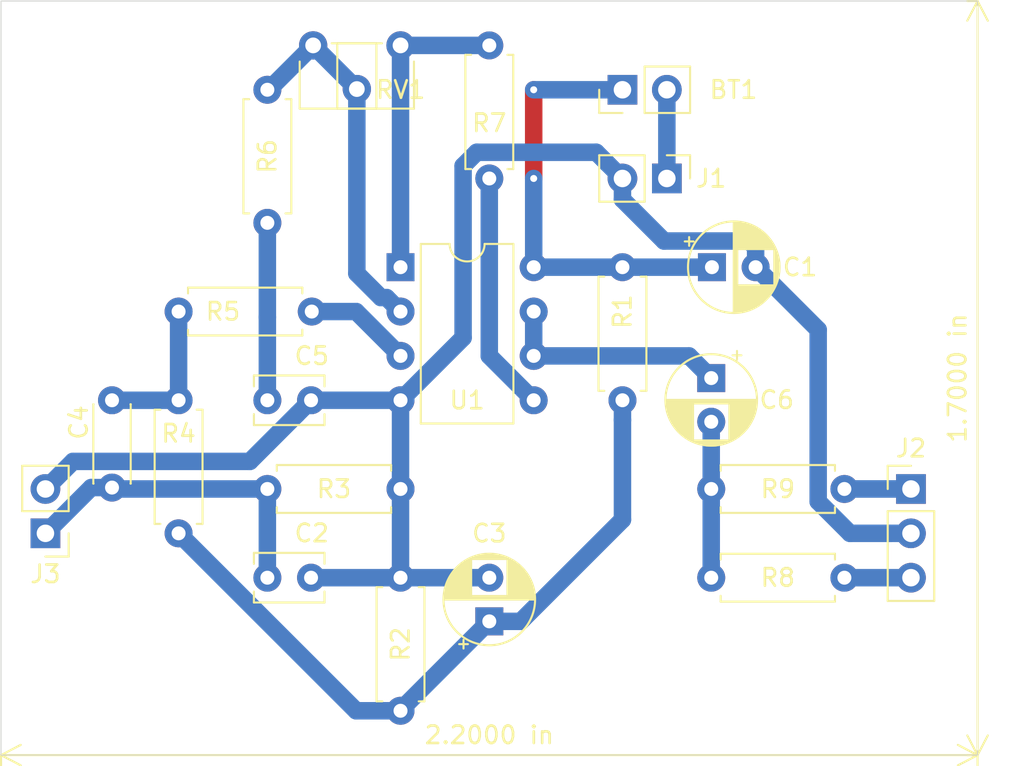
<source format=kicad_pcb>
(kicad_pcb (version 20171130) (host pcbnew "(5.1.5)-3")

  (general
    (thickness 1.6)
    (drawings 11)
    (tracks 71)
    (zones 0)
    (modules 21)
    (nets 16)
  )

  (page A4)
  (layers
    (0 F.Cu signal)
    (31 B.Cu signal)
    (32 B.Adhes user hide)
    (33 F.Adhes user hide)
    (34 B.Paste user hide)
    (35 F.Paste user hide)
    (36 B.SilkS user hide)
    (37 F.SilkS user)
    (38 B.Mask user hide)
    (39 F.Mask user hide)
    (40 Dwgs.User user hide)
    (41 Cmts.User user hide)
    (42 Eco1.User user hide)
    (43 Eco2.User user hide)
    (44 Edge.Cuts user)
    (45 Margin user hide)
    (46 B.CrtYd user hide)
    (47 F.CrtYd user hide)
    (48 B.Fab user hide)
    (49 F.Fab user hide)
  )

  (setup
    (last_trace_width 1)
    (trace_clearance 0.2)
    (zone_clearance 0.508)
    (zone_45_only no)
    (trace_min 0.2)
    (via_size 0.8)
    (via_drill 0.4)
    (via_min_size 0.4)
    (via_min_drill 0.3)
    (uvia_size 0.3)
    (uvia_drill 0.1)
    (uvias_allowed no)
    (uvia_min_size 0.2)
    (uvia_min_drill 0.1)
    (edge_width 0.05)
    (segment_width 0.2)
    (pcb_text_width 0.3)
    (pcb_text_size 1.5 1.5)
    (mod_edge_width 0.12)
    (mod_text_size 1 1)
    (mod_text_width 0.15)
    (pad_size 1.524 1.524)
    (pad_drill 0.762)
    (pad_to_mask_clearance 0.051)
    (solder_mask_min_width 0.25)
    (aux_axis_origin 0 0)
    (grid_origin 127 68.58)
    (visible_elements 7FFFEFFF)
    (pcbplotparams
      (layerselection 0x0100c_ffffffff)
      (usegerberextensions false)
      (usegerberattributes false)
      (usegerberadvancedattributes false)
      (creategerberjobfile false)
      (excludeedgelayer true)
      (linewidth 0.100000)
      (plotframeref false)
      (viasonmask false)
      (mode 1)
      (useauxorigin false)
      (hpglpennumber 1)
      (hpglpenspeed 20)
      (hpglpendiameter 15.000000)
      (psnegative false)
      (psa4output false)
      (plotreference true)
      (plotvalue true)
      (plotinvisibletext false)
      (padsonsilk false)
      (subtractmaskfromsilk false)
      (outputformat 4)
      (mirror false)
      (drillshape 0)
      (scaleselection 1)
      (outputdirectory "normal"))
  )

  (net 0 "")
  (net 1 "Net-(BT1-Pad2)")
  (net 2 /+9V)
  (net 3 GND)
  (net 4 "Net-(C2-Pad1)")
  (net 5 "Net-(C3-Pad1)")
  (net 6 "Net-(C4-Pad1)")
  (net 7 "Net-(C5-Pad1)")
  (net 8 "Net-(C6-Pad2)")
  (net 9 "Net-(C6-Pad1)")
  (net 10 "Net-(J2-Pad3)")
  (net 11 "Net-(J2-Pad1)")
  (net 12 "Net-(R5-Pad1)")
  (net 13 "Net-(R6-Pad1)")
  (net 14 "Net-(R7-Pad1)")
  (net 15 "Net-(R7-Pad2)")

  (net_class Default "This is the default net class."
    (clearance 0.2)
    (trace_width 1)
    (via_dia 0.8)
    (via_drill 0.4)
    (uvia_dia 0.3)
    (uvia_drill 0.1)
    (add_net /+9V)
    (add_net GND)
    (add_net "Net-(BT1-Pad2)")
    (add_net "Net-(C2-Pad1)")
    (add_net "Net-(C3-Pad1)")
    (add_net "Net-(C4-Pad1)")
    (add_net "Net-(C5-Pad1)")
    (add_net "Net-(C6-Pad1)")
    (add_net "Net-(C6-Pad2)")
    (add_net "Net-(J2-Pad1)")
    (add_net "Net-(J2-Pad3)")
    (add_net "Net-(R5-Pad1)")
    (add_net "Net-(R6-Pad1)")
    (add_net "Net-(R7-Pad1)")
    (add_net "Net-(R7-Pad2)")
  )

  (module Capacitor_THT:C_Disc_D4.3mm_W1.9mm_P5.00mm (layer F.Cu) (tedit 5AE50EF0) (tstamp 5E840D5E)
    (at 133.35 91.44 270)
    (descr "C, Disc series, Radial, pin pitch=5.00mm, , diameter*width=4.3*1.9mm^2, Capacitor, http://www.vishay.com/docs/45233/krseries.pdf")
    (tags "C Disc series Radial pin pitch 5.00mm  diameter 4.3mm width 1.9mm Capacitor")
    (path /5E8C40C7)
    (fp_text reference C4 (at 1.27 1.905 90) (layer F.SilkS)
      (effects (font (size 1 1) (thickness 0.15)))
    )
    (fp_text value 2.2n (at 2.5 2.2 90) (layer F.Fab)
      (effects (font (size 1 1) (thickness 0.15)))
    )
    (fp_text user %R (at 2.5 0 90) (layer F.Fab)
      (effects (font (size 0.86 0.86) (thickness 0.129)))
    )
    (fp_line (start 6.05 -1.2) (end -1.05 -1.2) (layer F.CrtYd) (width 0.05))
    (fp_line (start 6.05 1.2) (end 6.05 -1.2) (layer F.CrtYd) (width 0.05))
    (fp_line (start -1.05 1.2) (end 6.05 1.2) (layer F.CrtYd) (width 0.05))
    (fp_line (start -1.05 -1.2) (end -1.05 1.2) (layer F.CrtYd) (width 0.05))
    (fp_line (start 4.77 1.055) (end 4.77 1.07) (layer F.SilkS) (width 0.12))
    (fp_line (start 4.77 -1.07) (end 4.77 -1.055) (layer F.SilkS) (width 0.12))
    (fp_line (start 0.23 1.055) (end 0.23 1.07) (layer F.SilkS) (width 0.12))
    (fp_line (start 0.23 -1.07) (end 0.23 -1.055) (layer F.SilkS) (width 0.12))
    (fp_line (start 0.23 1.07) (end 4.77 1.07) (layer F.SilkS) (width 0.12))
    (fp_line (start 0.23 -1.07) (end 4.77 -1.07) (layer F.SilkS) (width 0.12))
    (fp_line (start 4.65 -0.95) (end 0.35 -0.95) (layer F.Fab) (width 0.1))
    (fp_line (start 4.65 0.95) (end 4.65 -0.95) (layer F.Fab) (width 0.1))
    (fp_line (start 0.35 0.95) (end 4.65 0.95) (layer F.Fab) (width 0.1))
    (fp_line (start 0.35 -0.95) (end 0.35 0.95) (layer F.Fab) (width 0.1))
    (pad 2 thru_hole circle (at 5 0 270) (size 1.6 1.6) (drill 0.8) (layers *.Cu *.Mask)
      (net 4 "Net-(C2-Pad1)"))
    (pad 1 thru_hole circle (at 0 0 270) (size 1.6 1.6) (drill 0.8) (layers *.Cu *.Mask)
      (net 6 "Net-(C4-Pad1)"))
    (model ${KISYS3DMOD}/Capacitor_THT.3dshapes/C_Disc_D4.3mm_W1.9mm_P5.00mm.wrl
      (at (xyz 0 0 0))
      (scale (xyz 1 1 1))
      (rotate (xyz 0 0 0))
    )
  )

  (module Package_DIP:DIP-8_W7.62mm (layer F.Cu) (tedit 5A02E8C5) (tstamp 5E83D9B6)
    (at 149.86 83.82)
    (descr "8-lead though-hole mounted DIP package, row spacing 7.62 mm (300 mils)")
    (tags "THT DIP DIL PDIP 2.54mm 7.62mm 300mil")
    (path /5E8A2DA0)
    (fp_text reference U1 (at 3.81 7.62) (layer F.SilkS)
      (effects (font (size 1 1) (thickness 0.15)))
    )
    (fp_text value LM358 (at 3.81 9.95) (layer F.Fab)
      (effects (font (size 1 1) (thickness 0.15)))
    )
    (fp_arc (start 3.81 -1.33) (end 2.81 -1.33) (angle -180) (layer F.SilkS) (width 0.12))
    (fp_line (start 1.635 -1.27) (end 6.985 -1.27) (layer F.Fab) (width 0.1))
    (fp_line (start 6.985 -1.27) (end 6.985 8.89) (layer F.Fab) (width 0.1))
    (fp_line (start 6.985 8.89) (end 0.635 8.89) (layer F.Fab) (width 0.1))
    (fp_line (start 0.635 8.89) (end 0.635 -0.27) (layer F.Fab) (width 0.1))
    (fp_line (start 0.635 -0.27) (end 1.635 -1.27) (layer F.Fab) (width 0.1))
    (fp_line (start 2.81 -1.33) (end 1.16 -1.33) (layer F.SilkS) (width 0.12))
    (fp_line (start 1.16 -1.33) (end 1.16 8.95) (layer F.SilkS) (width 0.12))
    (fp_line (start 1.16 8.95) (end 6.46 8.95) (layer F.SilkS) (width 0.12))
    (fp_line (start 6.46 8.95) (end 6.46 -1.33) (layer F.SilkS) (width 0.12))
    (fp_line (start 6.46 -1.33) (end 4.81 -1.33) (layer F.SilkS) (width 0.12))
    (fp_line (start -1.1 -1.55) (end -1.1 9.15) (layer F.CrtYd) (width 0.05))
    (fp_line (start -1.1 9.15) (end 8.7 9.15) (layer F.CrtYd) (width 0.05))
    (fp_line (start 8.7 9.15) (end 8.7 -1.55) (layer F.CrtYd) (width 0.05))
    (fp_line (start 8.7 -1.55) (end -1.1 -1.55) (layer F.CrtYd) (width 0.05))
    (fp_text user %R (at 3.81 3.81) (layer F.Fab)
      (effects (font (size 1 1) (thickness 0.15)))
    )
    (pad 1 thru_hole rect (at 0 0) (size 1.6 1.6) (drill 0.8) (layers *.Cu *.Mask)
      (net 15 "Net-(R7-Pad2)"))
    (pad 5 thru_hole oval (at 7.62 7.62) (size 1.6 1.6) (drill 0.8) (layers *.Cu *.Mask)
      (net 14 "Net-(R7-Pad1)"))
    (pad 2 thru_hole oval (at 0 2.54) (size 1.6 1.6) (drill 0.8) (layers *.Cu *.Mask)
      (net 13 "Net-(R6-Pad1)"))
    (pad 6 thru_hole oval (at 7.62 5.08) (size 1.6 1.6) (drill 0.8) (layers *.Cu *.Mask)
      (net 9 "Net-(C6-Pad1)"))
    (pad 3 thru_hole oval (at 0 5.08) (size 1.6 1.6) (drill 0.8) (layers *.Cu *.Mask)
      (net 12 "Net-(R5-Pad1)"))
    (pad 7 thru_hole oval (at 7.62 2.54) (size 1.6 1.6) (drill 0.8) (layers *.Cu *.Mask)
      (net 9 "Net-(C6-Pad1)"))
    (pad 4 thru_hole oval (at 0 7.62) (size 1.6 1.6) (drill 0.8) (layers *.Cu *.Mask)
      (net 3 GND))
    (pad 8 thru_hole oval (at 7.62 0) (size 1.6 1.6) (drill 0.8) (layers *.Cu *.Mask)
      (net 2 /+9V))
    (model ${KISYS3DMOD}/Package_DIP.3dshapes/DIP-8_W7.62mm.wrl
      (at (xyz 0 0 0))
      (scale (xyz 1 1 1))
      (rotate (xyz 0 0 0))
    )
  )

  (module Potentiometer_THT:Potentiometer_ACP_CA6-H2,5_Horizontal (layer F.Cu) (tedit 5A3D4994) (tstamp 5E83FB56)
    (at 149.86 71.12 270)
    (descr "Potentiometer, horizontal, ACP CA6-H2,5, http://www.acptechnologies.com/wp-content/uploads/2017/06/01-ACP-CA6.pdf")
    (tags "Potentiometer horizontal ACP CA6-H2,5")
    (path /5E8D18B4)
    (fp_text reference RV1 (at 2.54 0 180) (layer F.SilkS)
      (effects (font (size 1 1) (thickness 0.15)))
    )
    (fp_text value 100k (at 0 7.06 90) (layer F.Fab)
      (effects (font (size 1 1) (thickness 0.15)))
    )
    (fp_line (start 3.5 -0.65) (end 3.5 5.65) (layer F.Fab) (width 0.1))
    (fp_line (start 3.5 5.65) (end 0 5.65) (layer F.Fab) (width 0.1))
    (fp_line (start 0 5.65) (end 0 -0.65) (layer F.Fab) (width 0.1))
    (fp_line (start 0 -0.65) (end 3.5 -0.65) (layer F.Fab) (width 0.1))
    (fp_line (start 0 1.5) (end 0 3.5) (layer F.Fab) (width 0.1))
    (fp_line (start 0 3.5) (end 3.5 3.5) (layer F.Fab) (width 0.1))
    (fp_line (start 3.5 3.5) (end 3.5 1.5) (layer F.Fab) (width 0.1))
    (fp_line (start 3.5 1.5) (end 0 1.5) (layer F.Fab) (width 0.1))
    (fp_line (start 0.925 -0.77) (end 3.62 -0.77) (layer F.SilkS) (width 0.12))
    (fp_line (start 0.925 5.77) (end 3.62 5.77) (layer F.SilkS) (width 0.12))
    (fp_line (start 3.62 -0.77) (end 3.62 5.77) (layer F.SilkS) (width 0.12))
    (fp_line (start -0.121 1.066) (end -0.121 3.935) (layer F.SilkS) (width 0.12))
    (fp_line (start -0.121 1.38) (end 3.62 1.38) (layer F.SilkS) (width 0.12))
    (fp_line (start -0.121 3.62) (end 3.62 3.62) (layer F.SilkS) (width 0.12))
    (fp_line (start -0.121 1.38) (end -0.121 3.62) (layer F.SilkS) (width 0.12))
    (fp_line (start 3.62 1.38) (end 3.62 3.62) (layer F.SilkS) (width 0.12))
    (fp_line (start -1.1 -1.1) (end -1.1 6.1) (layer F.CrtYd) (width 0.05))
    (fp_line (start -1.1 6.1) (end 3.75 6.1) (layer F.CrtYd) (width 0.05))
    (fp_line (start 3.75 6.1) (end 3.75 -1.1) (layer F.CrtYd) (width 0.05))
    (fp_line (start 3.75 -1.1) (end -1.1 -1.1) (layer F.CrtYd) (width 0.05))
    (fp_text user %R (at 2.5 2.5 90) (layer F.Fab)
      (effects (font (size 0.78 0.78) (thickness 0.15)))
    )
    (pad 3 thru_hole circle (at 0 5 270) (size 1.62 1.62) (drill 0.9) (layers *.Cu *.Mask)
      (net 13 "Net-(R6-Pad1)"))
    (pad 2 thru_hole circle (at 2.5 2.5 270) (size 1.62 1.62) (drill 0.9) (layers *.Cu *.Mask)
      (net 13 "Net-(R6-Pad1)"))
    (pad 1 thru_hole circle (at 0 0 270) (size 1.62 1.62) (drill 0.9) (layers *.Cu *.Mask)
      (net 15 "Net-(R7-Pad2)"))
    (model ${KISYS3DMOD}/Potentiometer_THT.3dshapes/Potentiometer_ACP_CA6-H2,5_Horizontal.wrl
      (at (xyz 0 0 0))
      (scale (xyz 1 1 1))
      (rotate (xyz 0 0 0))
    )
  )

  (module Resistor_THT:R_Axial_DIN0207_L6.3mm_D2.5mm_P7.62mm_Horizontal (layer F.Cu) (tedit 5AE5139B) (tstamp 5E83D97E)
    (at 175.26 96.52 180)
    (descr "Resistor, Axial_DIN0207 series, Axial, Horizontal, pin pitch=7.62mm, 0.25W = 1/4W, length*diameter=6.3*2.5mm^2, http://cdn-reichelt.de/documents/datenblatt/B400/1_4W%23YAG.pdf")
    (tags "Resistor Axial_DIN0207 series Axial Horizontal pin pitch 7.62mm 0.25W = 1/4W length 6.3mm diameter 2.5mm")
    (path /5E8E33FF)
    (fp_text reference R9 (at 3.81 0) (layer F.SilkS)
      (effects (font (size 1 1) (thickness 0.15)))
    )
    (fp_text value 100 (at 3.81 2.37) (layer F.Fab)
      (effects (font (size 1 1) (thickness 0.15)))
    )
    (fp_text user %R (at 3.81 0) (layer F.Fab)
      (effects (font (size 1 1) (thickness 0.15)))
    )
    (fp_line (start 8.67 -1.5) (end -1.05 -1.5) (layer F.CrtYd) (width 0.05))
    (fp_line (start 8.67 1.5) (end 8.67 -1.5) (layer F.CrtYd) (width 0.05))
    (fp_line (start -1.05 1.5) (end 8.67 1.5) (layer F.CrtYd) (width 0.05))
    (fp_line (start -1.05 -1.5) (end -1.05 1.5) (layer F.CrtYd) (width 0.05))
    (fp_line (start 7.08 1.37) (end 7.08 1.04) (layer F.SilkS) (width 0.12))
    (fp_line (start 0.54 1.37) (end 7.08 1.37) (layer F.SilkS) (width 0.12))
    (fp_line (start 0.54 1.04) (end 0.54 1.37) (layer F.SilkS) (width 0.12))
    (fp_line (start 7.08 -1.37) (end 7.08 -1.04) (layer F.SilkS) (width 0.12))
    (fp_line (start 0.54 -1.37) (end 7.08 -1.37) (layer F.SilkS) (width 0.12))
    (fp_line (start 0.54 -1.04) (end 0.54 -1.37) (layer F.SilkS) (width 0.12))
    (fp_line (start 7.62 0) (end 6.96 0) (layer F.Fab) (width 0.1))
    (fp_line (start 0 0) (end 0.66 0) (layer F.Fab) (width 0.1))
    (fp_line (start 6.96 -1.25) (end 0.66 -1.25) (layer F.Fab) (width 0.1))
    (fp_line (start 6.96 1.25) (end 6.96 -1.25) (layer F.Fab) (width 0.1))
    (fp_line (start 0.66 1.25) (end 6.96 1.25) (layer F.Fab) (width 0.1))
    (fp_line (start 0.66 -1.25) (end 0.66 1.25) (layer F.Fab) (width 0.1))
    (pad 2 thru_hole oval (at 7.62 0 180) (size 1.6 1.6) (drill 0.8) (layers *.Cu *.Mask)
      (net 8 "Net-(C6-Pad2)"))
    (pad 1 thru_hole circle (at 0 0 180) (size 1.6 1.6) (drill 0.8) (layers *.Cu *.Mask)
      (net 11 "Net-(J2-Pad1)"))
    (model ${KISYS3DMOD}/Resistor_THT.3dshapes/R_Axial_DIN0207_L6.3mm_D2.5mm_P7.62mm_Horizontal.wrl
      (at (xyz 0 0 0))
      (scale (xyz 1 1 1))
      (rotate (xyz 0 0 0))
    )
  )

  (module Resistor_THT:R_Axial_DIN0207_L6.3mm_D2.5mm_P7.62mm_Horizontal (layer F.Cu) (tedit 5AE5139B) (tstamp 5E83D967)
    (at 175.26 101.6 180)
    (descr "Resistor, Axial_DIN0207 series, Axial, Horizontal, pin pitch=7.62mm, 0.25W = 1/4W, length*diameter=6.3*2.5mm^2, http://cdn-reichelt.de/documents/datenblatt/B400/1_4W%23YAG.pdf")
    (tags "Resistor Axial_DIN0207 series Axial Horizontal pin pitch 7.62mm 0.25W = 1/4W length 6.3mm diameter 2.5mm")
    (path /5E8E30EB)
    (fp_text reference R8 (at 3.81 0) (layer F.SilkS)
      (effects (font (size 1 1) (thickness 0.15)))
    )
    (fp_text value 100 (at 3.81 2.37) (layer F.Fab)
      (effects (font (size 1 1) (thickness 0.15)))
    )
    (fp_text user %R (at 3.81 0) (layer F.Fab)
      (effects (font (size 1 1) (thickness 0.15)))
    )
    (fp_line (start 8.67 -1.5) (end -1.05 -1.5) (layer F.CrtYd) (width 0.05))
    (fp_line (start 8.67 1.5) (end 8.67 -1.5) (layer F.CrtYd) (width 0.05))
    (fp_line (start -1.05 1.5) (end 8.67 1.5) (layer F.CrtYd) (width 0.05))
    (fp_line (start -1.05 -1.5) (end -1.05 1.5) (layer F.CrtYd) (width 0.05))
    (fp_line (start 7.08 1.37) (end 7.08 1.04) (layer F.SilkS) (width 0.12))
    (fp_line (start 0.54 1.37) (end 7.08 1.37) (layer F.SilkS) (width 0.12))
    (fp_line (start 0.54 1.04) (end 0.54 1.37) (layer F.SilkS) (width 0.12))
    (fp_line (start 7.08 -1.37) (end 7.08 -1.04) (layer F.SilkS) (width 0.12))
    (fp_line (start 0.54 -1.37) (end 7.08 -1.37) (layer F.SilkS) (width 0.12))
    (fp_line (start 0.54 -1.04) (end 0.54 -1.37) (layer F.SilkS) (width 0.12))
    (fp_line (start 7.62 0) (end 6.96 0) (layer F.Fab) (width 0.1))
    (fp_line (start 0 0) (end 0.66 0) (layer F.Fab) (width 0.1))
    (fp_line (start 6.96 -1.25) (end 0.66 -1.25) (layer F.Fab) (width 0.1))
    (fp_line (start 6.96 1.25) (end 6.96 -1.25) (layer F.Fab) (width 0.1))
    (fp_line (start 0.66 1.25) (end 6.96 1.25) (layer F.Fab) (width 0.1))
    (fp_line (start 0.66 -1.25) (end 0.66 1.25) (layer F.Fab) (width 0.1))
    (pad 2 thru_hole oval (at 7.62 0 180) (size 1.6 1.6) (drill 0.8) (layers *.Cu *.Mask)
      (net 8 "Net-(C6-Pad2)"))
    (pad 1 thru_hole circle (at 0 0 180) (size 1.6 1.6) (drill 0.8) (layers *.Cu *.Mask)
      (net 10 "Net-(J2-Pad3)"))
    (model ${KISYS3DMOD}/Resistor_THT.3dshapes/R_Axial_DIN0207_L6.3mm_D2.5mm_P7.62mm_Horizontal.wrl
      (at (xyz 0 0 0))
      (scale (xyz 1 1 1))
      (rotate (xyz 0 0 0))
    )
  )

  (module Resistor_THT:R_Axial_DIN0207_L6.3mm_D2.5mm_P7.62mm_Horizontal (layer F.Cu) (tedit 5AE5139B) (tstamp 5E83D950)
    (at 154.94 78.74 90)
    (descr "Resistor, Axial_DIN0207 series, Axial, Horizontal, pin pitch=7.62mm, 0.25W = 1/4W, length*diameter=6.3*2.5mm^2, http://cdn-reichelt.de/documents/datenblatt/B400/1_4W%23YAG.pdf")
    (tags "Resistor Axial_DIN0207 series Axial Horizontal pin pitch 7.62mm 0.25W = 1/4W length 6.3mm diameter 2.5mm")
    (path /5E8D742A)
    (fp_text reference R7 (at 3.175 0 180) (layer F.SilkS)
      (effects (font (size 1 1) (thickness 0.15)))
    )
    (fp_text value 10k (at 3.81 2.37 90) (layer F.Fab)
      (effects (font (size 1 1) (thickness 0.15)))
    )
    (fp_line (start 0.66 -1.25) (end 0.66 1.25) (layer F.Fab) (width 0.1))
    (fp_line (start 0.66 1.25) (end 6.96 1.25) (layer F.Fab) (width 0.1))
    (fp_line (start 6.96 1.25) (end 6.96 -1.25) (layer F.Fab) (width 0.1))
    (fp_line (start 6.96 -1.25) (end 0.66 -1.25) (layer F.Fab) (width 0.1))
    (fp_line (start 0 0) (end 0.66 0) (layer F.Fab) (width 0.1))
    (fp_line (start 7.62 0) (end 6.96 0) (layer F.Fab) (width 0.1))
    (fp_line (start 0.54 -1.04) (end 0.54 -1.37) (layer F.SilkS) (width 0.12))
    (fp_line (start 0.54 -1.37) (end 7.08 -1.37) (layer F.SilkS) (width 0.12))
    (fp_line (start 7.08 -1.37) (end 7.08 -1.04) (layer F.SilkS) (width 0.12))
    (fp_line (start 0.54 1.04) (end 0.54 1.37) (layer F.SilkS) (width 0.12))
    (fp_line (start 0.54 1.37) (end 7.08 1.37) (layer F.SilkS) (width 0.12))
    (fp_line (start 7.08 1.37) (end 7.08 1.04) (layer F.SilkS) (width 0.12))
    (fp_line (start -1.05 -1.5) (end -1.05 1.5) (layer F.CrtYd) (width 0.05))
    (fp_line (start -1.05 1.5) (end 8.67 1.5) (layer F.CrtYd) (width 0.05))
    (fp_line (start 8.67 1.5) (end 8.67 -1.5) (layer F.CrtYd) (width 0.05))
    (fp_line (start 8.67 -1.5) (end -1.05 -1.5) (layer F.CrtYd) (width 0.05))
    (fp_text user %R (at 3.81 0 90) (layer F.Fab)
      (effects (font (size 1 1) (thickness 0.15)))
    )
    (pad 1 thru_hole circle (at 0 0 90) (size 1.6 1.6) (drill 0.8) (layers *.Cu *.Mask)
      (net 14 "Net-(R7-Pad1)"))
    (pad 2 thru_hole oval (at 7.62 0 90) (size 1.6 1.6) (drill 0.8) (layers *.Cu *.Mask)
      (net 15 "Net-(R7-Pad2)"))
    (model ${KISYS3DMOD}/Resistor_THT.3dshapes/R_Axial_DIN0207_L6.3mm_D2.5mm_P7.62mm_Horizontal.wrl
      (at (xyz 0 0 0))
      (scale (xyz 1 1 1))
      (rotate (xyz 0 0 0))
    )
  )

  (module Resistor_THT:R_Axial_DIN0207_L6.3mm_D2.5mm_P7.62mm_Horizontal (layer F.Cu) (tedit 5AE5139B) (tstamp 5E83D939)
    (at 142.24 73.66 270)
    (descr "Resistor, Axial_DIN0207 series, Axial, Horizontal, pin pitch=7.62mm, 0.25W = 1/4W, length*diameter=6.3*2.5mm^2, http://cdn-reichelt.de/documents/datenblatt/B400/1_4W%23YAG.pdf")
    (tags "Resistor Axial_DIN0207 series Axial Horizontal pin pitch 7.62mm 0.25W = 1/4W length 6.3mm diameter 2.5mm")
    (path /5E8D3C22)
    (fp_text reference R6 (at 3.81 0 90) (layer F.SilkS)
      (effects (font (size 1 1) (thickness 0.15)))
    )
    (fp_text value 10k (at 3.81 2.37 90) (layer F.Fab)
      (effects (font (size 1 1) (thickness 0.15)))
    )
    (fp_text user %R (at 3.81 0 90) (layer F.Fab)
      (effects (font (size 1 1) (thickness 0.15)))
    )
    (fp_line (start 8.67 -1.5) (end -1.05 -1.5) (layer F.CrtYd) (width 0.05))
    (fp_line (start 8.67 1.5) (end 8.67 -1.5) (layer F.CrtYd) (width 0.05))
    (fp_line (start -1.05 1.5) (end 8.67 1.5) (layer F.CrtYd) (width 0.05))
    (fp_line (start -1.05 -1.5) (end -1.05 1.5) (layer F.CrtYd) (width 0.05))
    (fp_line (start 7.08 1.37) (end 7.08 1.04) (layer F.SilkS) (width 0.12))
    (fp_line (start 0.54 1.37) (end 7.08 1.37) (layer F.SilkS) (width 0.12))
    (fp_line (start 0.54 1.04) (end 0.54 1.37) (layer F.SilkS) (width 0.12))
    (fp_line (start 7.08 -1.37) (end 7.08 -1.04) (layer F.SilkS) (width 0.12))
    (fp_line (start 0.54 -1.37) (end 7.08 -1.37) (layer F.SilkS) (width 0.12))
    (fp_line (start 0.54 -1.04) (end 0.54 -1.37) (layer F.SilkS) (width 0.12))
    (fp_line (start 7.62 0) (end 6.96 0) (layer F.Fab) (width 0.1))
    (fp_line (start 0 0) (end 0.66 0) (layer F.Fab) (width 0.1))
    (fp_line (start 6.96 -1.25) (end 0.66 -1.25) (layer F.Fab) (width 0.1))
    (fp_line (start 6.96 1.25) (end 6.96 -1.25) (layer F.Fab) (width 0.1))
    (fp_line (start 0.66 1.25) (end 6.96 1.25) (layer F.Fab) (width 0.1))
    (fp_line (start 0.66 -1.25) (end 0.66 1.25) (layer F.Fab) (width 0.1))
    (pad 2 thru_hole oval (at 7.62 0 270) (size 1.6 1.6) (drill 0.8) (layers *.Cu *.Mask)
      (net 7 "Net-(C5-Pad1)"))
    (pad 1 thru_hole circle (at 0 0 270) (size 1.6 1.6) (drill 0.8) (layers *.Cu *.Mask)
      (net 13 "Net-(R6-Pad1)"))
    (model ${KISYS3DMOD}/Resistor_THT.3dshapes/R_Axial_DIN0207_L6.3mm_D2.5mm_P7.62mm_Horizontal.wrl
      (at (xyz 0 0 0))
      (scale (xyz 1 1 1))
      (rotate (xyz 0 0 0))
    )
  )

  (module Resistor_THT:R_Axial_DIN0207_L6.3mm_D2.5mm_P7.62mm_Horizontal (layer F.Cu) (tedit 5AE5139B) (tstamp 5E840411)
    (at 144.78 86.36 180)
    (descr "Resistor, Axial_DIN0207 series, Axial, Horizontal, pin pitch=7.62mm, 0.25W = 1/4W, length*diameter=6.3*2.5mm^2, http://cdn-reichelt.de/documents/datenblatt/B400/1_4W%23YAG.pdf")
    (tags "Resistor Axial_DIN0207 series Axial Horizontal pin pitch 7.62mm 0.25W = 1/4W length 6.3mm diameter 2.5mm")
    (path /5E8CDC23)
    (fp_text reference R5 (at 5.08 0) (layer F.SilkS)
      (effects (font (size 1 1) (thickness 0.15)))
    )
    (fp_text value 1k (at 3.81 2.37) (layer F.Fab)
      (effects (font (size 1 1) (thickness 0.15)))
    )
    (fp_text user %R (at 3.81 0) (layer F.Fab)
      (effects (font (size 1 1) (thickness 0.15)))
    )
    (fp_line (start 8.67 -1.5) (end -1.05 -1.5) (layer F.CrtYd) (width 0.05))
    (fp_line (start 8.67 1.5) (end 8.67 -1.5) (layer F.CrtYd) (width 0.05))
    (fp_line (start -1.05 1.5) (end 8.67 1.5) (layer F.CrtYd) (width 0.05))
    (fp_line (start -1.05 -1.5) (end -1.05 1.5) (layer F.CrtYd) (width 0.05))
    (fp_line (start 7.08 1.37) (end 7.08 1.04) (layer F.SilkS) (width 0.12))
    (fp_line (start 0.54 1.37) (end 7.08 1.37) (layer F.SilkS) (width 0.12))
    (fp_line (start 0.54 1.04) (end 0.54 1.37) (layer F.SilkS) (width 0.12))
    (fp_line (start 7.08 -1.37) (end 7.08 -1.04) (layer F.SilkS) (width 0.12))
    (fp_line (start 0.54 -1.37) (end 7.08 -1.37) (layer F.SilkS) (width 0.12))
    (fp_line (start 0.54 -1.04) (end 0.54 -1.37) (layer F.SilkS) (width 0.12))
    (fp_line (start 7.62 0) (end 6.96 0) (layer F.Fab) (width 0.1))
    (fp_line (start 0 0) (end 0.66 0) (layer F.Fab) (width 0.1))
    (fp_line (start 6.96 -1.25) (end 0.66 -1.25) (layer F.Fab) (width 0.1))
    (fp_line (start 6.96 1.25) (end 6.96 -1.25) (layer F.Fab) (width 0.1))
    (fp_line (start 0.66 1.25) (end 6.96 1.25) (layer F.Fab) (width 0.1))
    (fp_line (start 0.66 -1.25) (end 0.66 1.25) (layer F.Fab) (width 0.1))
    (pad 2 thru_hole oval (at 7.62 0 180) (size 1.6 1.6) (drill 0.8) (layers *.Cu *.Mask)
      (net 6 "Net-(C4-Pad1)"))
    (pad 1 thru_hole circle (at 0 0 180) (size 1.6 1.6) (drill 0.8) (layers *.Cu *.Mask)
      (net 12 "Net-(R5-Pad1)"))
    (model ${KISYS3DMOD}/Resistor_THT.3dshapes/R_Axial_DIN0207_L6.3mm_D2.5mm_P7.62mm_Horizontal.wrl
      (at (xyz 0 0 0))
      (scale (xyz 1 1 1))
      (rotate (xyz 0 0 0))
    )
  )

  (module Resistor_THT:R_Axial_DIN0207_L6.3mm_D2.5mm_P7.62mm_Horizontal (layer F.Cu) (tedit 5AE5139B) (tstamp 5E83D90B)
    (at 137.16 99.06 90)
    (descr "Resistor, Axial_DIN0207 series, Axial, Horizontal, pin pitch=7.62mm, 0.25W = 1/4W, length*diameter=6.3*2.5mm^2, http://cdn-reichelt.de/documents/datenblatt/B400/1_4W%23YAG.pdf")
    (tags "Resistor Axial_DIN0207 series Axial Horizontal pin pitch 7.62mm 0.25W = 1/4W length 6.3mm diameter 2.5mm")
    (path /5E8B74E8)
    (fp_text reference R4 (at 5.715 0 180) (layer F.SilkS)
      (effects (font (size 1 1) (thickness 0.15)))
    )
    (fp_text value 1M (at 3.81 2.37 90) (layer F.Fab)
      (effects (font (size 1 1) (thickness 0.15)))
    )
    (fp_text user %R (at 3.81 0 90) (layer F.Fab)
      (effects (font (size 1 1) (thickness 0.15)))
    )
    (fp_line (start 8.67 -1.5) (end -1.05 -1.5) (layer F.CrtYd) (width 0.05))
    (fp_line (start 8.67 1.5) (end 8.67 -1.5) (layer F.CrtYd) (width 0.05))
    (fp_line (start -1.05 1.5) (end 8.67 1.5) (layer F.CrtYd) (width 0.05))
    (fp_line (start -1.05 -1.5) (end -1.05 1.5) (layer F.CrtYd) (width 0.05))
    (fp_line (start 7.08 1.37) (end 7.08 1.04) (layer F.SilkS) (width 0.12))
    (fp_line (start 0.54 1.37) (end 7.08 1.37) (layer F.SilkS) (width 0.12))
    (fp_line (start 0.54 1.04) (end 0.54 1.37) (layer F.SilkS) (width 0.12))
    (fp_line (start 7.08 -1.37) (end 7.08 -1.04) (layer F.SilkS) (width 0.12))
    (fp_line (start 0.54 -1.37) (end 7.08 -1.37) (layer F.SilkS) (width 0.12))
    (fp_line (start 0.54 -1.04) (end 0.54 -1.37) (layer F.SilkS) (width 0.12))
    (fp_line (start 7.62 0) (end 6.96 0) (layer F.Fab) (width 0.1))
    (fp_line (start 0 0) (end 0.66 0) (layer F.Fab) (width 0.1))
    (fp_line (start 6.96 -1.25) (end 0.66 -1.25) (layer F.Fab) (width 0.1))
    (fp_line (start 6.96 1.25) (end 6.96 -1.25) (layer F.Fab) (width 0.1))
    (fp_line (start 0.66 1.25) (end 6.96 1.25) (layer F.Fab) (width 0.1))
    (fp_line (start 0.66 -1.25) (end 0.66 1.25) (layer F.Fab) (width 0.1))
    (pad 2 thru_hole oval (at 7.62 0 90) (size 1.6 1.6) (drill 0.8) (layers *.Cu *.Mask)
      (net 6 "Net-(C4-Pad1)"))
    (pad 1 thru_hole circle (at 0 0 90) (size 1.6 1.6) (drill 0.8) (layers *.Cu *.Mask)
      (net 5 "Net-(C3-Pad1)"))
    (model ${KISYS3DMOD}/Resistor_THT.3dshapes/R_Axial_DIN0207_L6.3mm_D2.5mm_P7.62mm_Horizontal.wrl
      (at (xyz 0 0 0))
      (scale (xyz 1 1 1))
      (rotate (xyz 0 0 0))
    )
  )

  (module Resistor_THT:R_Axial_DIN0207_L6.3mm_D2.5mm_P7.62mm_Horizontal (layer F.Cu) (tedit 5AE5139B) (tstamp 5E83D8F4)
    (at 142.24 96.52)
    (descr "Resistor, Axial_DIN0207 series, Axial, Horizontal, pin pitch=7.62mm, 0.25W = 1/4W, length*diameter=6.3*2.5mm^2, http://cdn-reichelt.de/documents/datenblatt/B400/1_4W%23YAG.pdf")
    (tags "Resistor Axial_DIN0207 series Axial Horizontal pin pitch 7.62mm 0.25W = 1/4W length 6.3mm diameter 2.5mm")
    (path /5E8BA57F)
    (fp_text reference R3 (at 3.81 0) (layer F.SilkS)
      (effects (font (size 1 1) (thickness 0.15)))
    )
    (fp_text value 1M (at 3.81 2.37) (layer F.Fab)
      (effects (font (size 1 1) (thickness 0.15)))
    )
    (fp_text user %R (at 3.81 0) (layer F.Fab)
      (effects (font (size 1 1) (thickness 0.15)))
    )
    (fp_line (start 8.67 -1.5) (end -1.05 -1.5) (layer F.CrtYd) (width 0.05))
    (fp_line (start 8.67 1.5) (end 8.67 -1.5) (layer F.CrtYd) (width 0.05))
    (fp_line (start -1.05 1.5) (end 8.67 1.5) (layer F.CrtYd) (width 0.05))
    (fp_line (start -1.05 -1.5) (end -1.05 1.5) (layer F.CrtYd) (width 0.05))
    (fp_line (start 7.08 1.37) (end 7.08 1.04) (layer F.SilkS) (width 0.12))
    (fp_line (start 0.54 1.37) (end 7.08 1.37) (layer F.SilkS) (width 0.12))
    (fp_line (start 0.54 1.04) (end 0.54 1.37) (layer F.SilkS) (width 0.12))
    (fp_line (start 7.08 -1.37) (end 7.08 -1.04) (layer F.SilkS) (width 0.12))
    (fp_line (start 0.54 -1.37) (end 7.08 -1.37) (layer F.SilkS) (width 0.12))
    (fp_line (start 0.54 -1.04) (end 0.54 -1.37) (layer F.SilkS) (width 0.12))
    (fp_line (start 7.62 0) (end 6.96 0) (layer F.Fab) (width 0.1))
    (fp_line (start 0 0) (end 0.66 0) (layer F.Fab) (width 0.1))
    (fp_line (start 6.96 -1.25) (end 0.66 -1.25) (layer F.Fab) (width 0.1))
    (fp_line (start 6.96 1.25) (end 6.96 -1.25) (layer F.Fab) (width 0.1))
    (fp_line (start 0.66 1.25) (end 6.96 1.25) (layer F.Fab) (width 0.1))
    (fp_line (start 0.66 -1.25) (end 0.66 1.25) (layer F.Fab) (width 0.1))
    (pad 2 thru_hole oval (at 7.62 0) (size 1.6 1.6) (drill 0.8) (layers *.Cu *.Mask)
      (net 3 GND))
    (pad 1 thru_hole circle (at 0 0) (size 1.6 1.6) (drill 0.8) (layers *.Cu *.Mask)
      (net 4 "Net-(C2-Pad1)"))
    (model ${KISYS3DMOD}/Resistor_THT.3dshapes/R_Axial_DIN0207_L6.3mm_D2.5mm_P7.62mm_Horizontal.wrl
      (at (xyz 0 0 0))
      (scale (xyz 1 1 1))
      (rotate (xyz 0 0 0))
    )
  )

  (module Resistor_THT:R_Axial_DIN0207_L6.3mm_D2.5mm_P7.62mm_Horizontal (layer F.Cu) (tedit 5AE5139B) (tstamp 5E83D8DD)
    (at 149.86 109.22 90)
    (descr "Resistor, Axial_DIN0207 series, Axial, Horizontal, pin pitch=7.62mm, 0.25W = 1/4W, length*diameter=6.3*2.5mm^2, http://cdn-reichelt.de/documents/datenblatt/B400/1_4W%23YAG.pdf")
    (tags "Resistor Axial_DIN0207 series Axial Horizontal pin pitch 7.62mm 0.25W = 1/4W length 6.3mm diameter 2.5mm")
    (path /5E89E222)
    (fp_text reference R2 (at 3.81 0 90) (layer F.SilkS)
      (effects (font (size 1 1) (thickness 0.15)))
    )
    (fp_text value 100k (at 3.81 2.37 90) (layer F.Fab)
      (effects (font (size 1 1) (thickness 0.15)))
    )
    (fp_text user %R (at 3.81 0 90) (layer F.Fab)
      (effects (font (size 1 1) (thickness 0.15)))
    )
    (fp_line (start 8.67 -1.5) (end -1.05 -1.5) (layer F.CrtYd) (width 0.05))
    (fp_line (start 8.67 1.5) (end 8.67 -1.5) (layer F.CrtYd) (width 0.05))
    (fp_line (start -1.05 1.5) (end 8.67 1.5) (layer F.CrtYd) (width 0.05))
    (fp_line (start -1.05 -1.5) (end -1.05 1.5) (layer F.CrtYd) (width 0.05))
    (fp_line (start 7.08 1.37) (end 7.08 1.04) (layer F.SilkS) (width 0.12))
    (fp_line (start 0.54 1.37) (end 7.08 1.37) (layer F.SilkS) (width 0.12))
    (fp_line (start 0.54 1.04) (end 0.54 1.37) (layer F.SilkS) (width 0.12))
    (fp_line (start 7.08 -1.37) (end 7.08 -1.04) (layer F.SilkS) (width 0.12))
    (fp_line (start 0.54 -1.37) (end 7.08 -1.37) (layer F.SilkS) (width 0.12))
    (fp_line (start 0.54 -1.04) (end 0.54 -1.37) (layer F.SilkS) (width 0.12))
    (fp_line (start 7.62 0) (end 6.96 0) (layer F.Fab) (width 0.1))
    (fp_line (start 0 0) (end 0.66 0) (layer F.Fab) (width 0.1))
    (fp_line (start 6.96 -1.25) (end 0.66 -1.25) (layer F.Fab) (width 0.1))
    (fp_line (start 6.96 1.25) (end 6.96 -1.25) (layer F.Fab) (width 0.1))
    (fp_line (start 0.66 1.25) (end 6.96 1.25) (layer F.Fab) (width 0.1))
    (fp_line (start 0.66 -1.25) (end 0.66 1.25) (layer F.Fab) (width 0.1))
    (pad 2 thru_hole oval (at 7.62 0 90) (size 1.6 1.6) (drill 0.8) (layers *.Cu *.Mask)
      (net 3 GND))
    (pad 1 thru_hole circle (at 0 0 90) (size 1.6 1.6) (drill 0.8) (layers *.Cu *.Mask)
      (net 5 "Net-(C3-Pad1)"))
    (model ${KISYS3DMOD}/Resistor_THT.3dshapes/R_Axial_DIN0207_L6.3mm_D2.5mm_P7.62mm_Horizontal.wrl
      (at (xyz 0 0 0))
      (scale (xyz 1 1 1))
      (rotate (xyz 0 0 0))
    )
  )

  (module Resistor_THT:R_Axial_DIN0207_L6.3mm_D2.5mm_P7.62mm_Horizontal (layer F.Cu) (tedit 5AE5139B) (tstamp 5E83D8C6)
    (at 162.56 83.82 270)
    (descr "Resistor, Axial_DIN0207 series, Axial, Horizontal, pin pitch=7.62mm, 0.25W = 1/4W, length*diameter=6.3*2.5mm^2, http://cdn-reichelt.de/documents/datenblatt/B400/1_4W%23YAG.pdf")
    (tags "Resistor Axial_DIN0207 series Axial Horizontal pin pitch 7.62mm 0.25W = 1/4W length 6.3mm diameter 2.5mm")
    (path /5E89DB39)
    (fp_text reference R1 (at 2.54 0 90) (layer F.SilkS)
      (effects (font (size 1 1) (thickness 0.15)))
    )
    (fp_text value 100k (at 3.81 2.37 90) (layer F.Fab)
      (effects (font (size 1 1) (thickness 0.15)))
    )
    (fp_text user %R (at 3.81 0 90) (layer F.Fab)
      (effects (font (size 1 1) (thickness 0.15)))
    )
    (fp_line (start 8.67 -1.5) (end -1.05 -1.5) (layer F.CrtYd) (width 0.05))
    (fp_line (start 8.67 1.5) (end 8.67 -1.5) (layer F.CrtYd) (width 0.05))
    (fp_line (start -1.05 1.5) (end 8.67 1.5) (layer F.CrtYd) (width 0.05))
    (fp_line (start -1.05 -1.5) (end -1.05 1.5) (layer F.CrtYd) (width 0.05))
    (fp_line (start 7.08 1.37) (end 7.08 1.04) (layer F.SilkS) (width 0.12))
    (fp_line (start 0.54 1.37) (end 7.08 1.37) (layer F.SilkS) (width 0.12))
    (fp_line (start 0.54 1.04) (end 0.54 1.37) (layer F.SilkS) (width 0.12))
    (fp_line (start 7.08 -1.37) (end 7.08 -1.04) (layer F.SilkS) (width 0.12))
    (fp_line (start 0.54 -1.37) (end 7.08 -1.37) (layer F.SilkS) (width 0.12))
    (fp_line (start 0.54 -1.04) (end 0.54 -1.37) (layer F.SilkS) (width 0.12))
    (fp_line (start 7.62 0) (end 6.96 0) (layer F.Fab) (width 0.1))
    (fp_line (start 0 0) (end 0.66 0) (layer F.Fab) (width 0.1))
    (fp_line (start 6.96 -1.25) (end 0.66 -1.25) (layer F.Fab) (width 0.1))
    (fp_line (start 6.96 1.25) (end 6.96 -1.25) (layer F.Fab) (width 0.1))
    (fp_line (start 0.66 1.25) (end 6.96 1.25) (layer F.Fab) (width 0.1))
    (fp_line (start 0.66 -1.25) (end 0.66 1.25) (layer F.Fab) (width 0.1))
    (pad 2 thru_hole oval (at 7.62 0 270) (size 1.6 1.6) (drill 0.8) (layers *.Cu *.Mask)
      (net 5 "Net-(C3-Pad1)"))
    (pad 1 thru_hole circle (at 0 0 270) (size 1.6 1.6) (drill 0.8) (layers *.Cu *.Mask)
      (net 2 /+9V))
    (model ${KISYS3DMOD}/Resistor_THT.3dshapes/R_Axial_DIN0207_L6.3mm_D2.5mm_P7.62mm_Horizontal.wrl
      (at (xyz 0 0 0))
      (scale (xyz 1 1 1))
      (rotate (xyz 0 0 0))
    )
  )

  (module Connector_PinHeader_2.54mm:PinHeader_1x02_P2.54mm_Vertical (layer F.Cu) (tedit 59FED5CC) (tstamp 5E83D8AF)
    (at 129.54 99.06 180)
    (descr "Through hole straight pin header, 1x02, 2.54mm pitch, single row")
    (tags "Through hole pin header THT 1x02 2.54mm single row")
    (path /5E84F976)
    (fp_text reference J3 (at 0 -2.33) (layer F.SilkS)
      (effects (font (size 1 1) (thickness 0.15)))
    )
    (fp_text value Conn_01x02_Male (at 0 4.87) (layer F.Fab)
      (effects (font (size 1 1) (thickness 0.15)))
    )
    (fp_text user %R (at 0 1.27 90) (layer F.Fab)
      (effects (font (size 1 1) (thickness 0.15)))
    )
    (fp_line (start 1.8 -1.8) (end -1.8 -1.8) (layer F.CrtYd) (width 0.05))
    (fp_line (start 1.8 4.35) (end 1.8 -1.8) (layer F.CrtYd) (width 0.05))
    (fp_line (start -1.8 4.35) (end 1.8 4.35) (layer F.CrtYd) (width 0.05))
    (fp_line (start -1.8 -1.8) (end -1.8 4.35) (layer F.CrtYd) (width 0.05))
    (fp_line (start -1.33 -1.33) (end 0 -1.33) (layer F.SilkS) (width 0.12))
    (fp_line (start -1.33 0) (end -1.33 -1.33) (layer F.SilkS) (width 0.12))
    (fp_line (start -1.33 1.27) (end 1.33 1.27) (layer F.SilkS) (width 0.12))
    (fp_line (start 1.33 1.27) (end 1.33 3.87) (layer F.SilkS) (width 0.12))
    (fp_line (start -1.33 1.27) (end -1.33 3.87) (layer F.SilkS) (width 0.12))
    (fp_line (start -1.33 3.87) (end 1.33 3.87) (layer F.SilkS) (width 0.12))
    (fp_line (start -1.27 -0.635) (end -0.635 -1.27) (layer F.Fab) (width 0.1))
    (fp_line (start -1.27 3.81) (end -1.27 -0.635) (layer F.Fab) (width 0.1))
    (fp_line (start 1.27 3.81) (end -1.27 3.81) (layer F.Fab) (width 0.1))
    (fp_line (start 1.27 -1.27) (end 1.27 3.81) (layer F.Fab) (width 0.1))
    (fp_line (start -0.635 -1.27) (end 1.27 -1.27) (layer F.Fab) (width 0.1))
    (pad 2 thru_hole oval (at 0 2.54 180) (size 1.7 1.7) (drill 1) (layers *.Cu *.Mask)
      (net 3 GND))
    (pad 1 thru_hole rect (at 0 0 180) (size 1.7 1.7) (drill 1) (layers *.Cu *.Mask)
      (net 4 "Net-(C2-Pad1)"))
    (model ${KISYS3DMOD}/Connector_PinHeader_2.54mm.3dshapes/PinHeader_1x02_P2.54mm_Vertical.wrl
      (at (xyz 0 0 0))
      (scale (xyz 1 1 1))
      (rotate (xyz 0 0 0))
    )
  )

  (module Connector_PinHeader_2.54mm:PinHeader_1x03_P2.54mm_Vertical (layer F.Cu) (tedit 59FED5CC) (tstamp 5E83D899)
    (at 179.07 96.52)
    (descr "Through hole straight pin header, 1x03, 2.54mm pitch, single row")
    (tags "Through hole pin header THT 1x03 2.54mm single row")
    (path /5E8E0CC6)
    (fp_text reference J2 (at 0 -2.33) (layer F.SilkS)
      (effects (font (size 1 1) (thickness 0.15)))
    )
    (fp_text value Conn_01x03_Male (at 0 7.41) (layer F.Fab)
      (effects (font (size 1 1) (thickness 0.15)))
    )
    (fp_text user %R (at 0 2.54 90) (layer F.Fab)
      (effects (font (size 1 1) (thickness 0.15)))
    )
    (fp_line (start 1.8 -1.8) (end -1.8 -1.8) (layer F.CrtYd) (width 0.05))
    (fp_line (start 1.8 6.85) (end 1.8 -1.8) (layer F.CrtYd) (width 0.05))
    (fp_line (start -1.8 6.85) (end 1.8 6.85) (layer F.CrtYd) (width 0.05))
    (fp_line (start -1.8 -1.8) (end -1.8 6.85) (layer F.CrtYd) (width 0.05))
    (fp_line (start -1.33 -1.33) (end 0 -1.33) (layer F.SilkS) (width 0.12))
    (fp_line (start -1.33 0) (end -1.33 -1.33) (layer F.SilkS) (width 0.12))
    (fp_line (start -1.33 1.27) (end 1.33 1.27) (layer F.SilkS) (width 0.12))
    (fp_line (start 1.33 1.27) (end 1.33 6.41) (layer F.SilkS) (width 0.12))
    (fp_line (start -1.33 1.27) (end -1.33 6.41) (layer F.SilkS) (width 0.12))
    (fp_line (start -1.33 6.41) (end 1.33 6.41) (layer F.SilkS) (width 0.12))
    (fp_line (start -1.27 -0.635) (end -0.635 -1.27) (layer F.Fab) (width 0.1))
    (fp_line (start -1.27 6.35) (end -1.27 -0.635) (layer F.Fab) (width 0.1))
    (fp_line (start 1.27 6.35) (end -1.27 6.35) (layer F.Fab) (width 0.1))
    (fp_line (start 1.27 -1.27) (end 1.27 6.35) (layer F.Fab) (width 0.1))
    (fp_line (start -0.635 -1.27) (end 1.27 -1.27) (layer F.Fab) (width 0.1))
    (pad 3 thru_hole oval (at 0 5.08) (size 1.7 1.7) (drill 1) (layers *.Cu *.Mask)
      (net 10 "Net-(J2-Pad3)"))
    (pad 2 thru_hole oval (at 0 2.54) (size 1.7 1.7) (drill 1) (layers *.Cu *.Mask)
      (net 3 GND))
    (pad 1 thru_hole rect (at 0 0) (size 1.7 1.7) (drill 1) (layers *.Cu *.Mask)
      (net 11 "Net-(J2-Pad1)"))
    (model ${KISYS3DMOD}/Connector_PinHeader_2.54mm.3dshapes/PinHeader_1x03_P2.54mm_Vertical.wrl
      (at (xyz 0 0 0))
      (scale (xyz 1 1 1))
      (rotate (xyz 0 0 0))
    )
  )

  (module Connector_PinHeader_2.54mm:PinHeader_1x02_P2.54mm_Vertical (layer F.Cu) (tedit 59FED5CC) (tstamp 5E83D882)
    (at 165.1 78.74 270)
    (descr "Through hole straight pin header, 1x02, 2.54mm pitch, single row")
    (tags "Through hole pin header THT 1x02 2.54mm single row")
    (path /5E81264D)
    (fp_text reference J1 (at 0 -2.54 180) (layer F.SilkS)
      (effects (font (size 1 1) (thickness 0.15)))
    )
    (fp_text value Conn_01x02_Male (at 0 4.87 90) (layer F.Fab)
      (effects (font (size 1 1) (thickness 0.15)))
    )
    (fp_text user %R (at 0 1.27) (layer F.Fab)
      (effects (font (size 1 1) (thickness 0.15)))
    )
    (fp_line (start 1.8 -1.8) (end -1.8 -1.8) (layer F.CrtYd) (width 0.05))
    (fp_line (start 1.8 4.35) (end 1.8 -1.8) (layer F.CrtYd) (width 0.05))
    (fp_line (start -1.8 4.35) (end 1.8 4.35) (layer F.CrtYd) (width 0.05))
    (fp_line (start -1.8 -1.8) (end -1.8 4.35) (layer F.CrtYd) (width 0.05))
    (fp_line (start -1.33 -1.33) (end 0 -1.33) (layer F.SilkS) (width 0.12))
    (fp_line (start -1.33 0) (end -1.33 -1.33) (layer F.SilkS) (width 0.12))
    (fp_line (start -1.33 1.27) (end 1.33 1.27) (layer F.SilkS) (width 0.12))
    (fp_line (start 1.33 1.27) (end 1.33 3.87) (layer F.SilkS) (width 0.12))
    (fp_line (start -1.33 1.27) (end -1.33 3.87) (layer F.SilkS) (width 0.12))
    (fp_line (start -1.33 3.87) (end 1.33 3.87) (layer F.SilkS) (width 0.12))
    (fp_line (start -1.27 -0.635) (end -0.635 -1.27) (layer F.Fab) (width 0.1))
    (fp_line (start -1.27 3.81) (end -1.27 -0.635) (layer F.Fab) (width 0.1))
    (fp_line (start 1.27 3.81) (end -1.27 3.81) (layer F.Fab) (width 0.1))
    (fp_line (start 1.27 -1.27) (end 1.27 3.81) (layer F.Fab) (width 0.1))
    (fp_line (start -0.635 -1.27) (end 1.27 -1.27) (layer F.Fab) (width 0.1))
    (pad 2 thru_hole oval (at 0 2.54 270) (size 1.7 1.7) (drill 1) (layers *.Cu *.Mask)
      (net 3 GND))
    (pad 1 thru_hole rect (at 0 0 270) (size 1.7 1.7) (drill 1) (layers *.Cu *.Mask)
      (net 1 "Net-(BT1-Pad2)"))
    (model ${KISYS3DMOD}/Connector_PinHeader_2.54mm.3dshapes/PinHeader_1x02_P2.54mm_Vertical.wrl
      (at (xyz 0 0 0))
      (scale (xyz 1 1 1))
      (rotate (xyz 0 0 0))
    )
  )

  (module Capacitor_THT:CP_Radial_D5.0mm_P2.50mm (layer F.Cu) (tedit 5AE50EF0) (tstamp 5E83D86C)
    (at 167.64 90.17 270)
    (descr "CP, Radial series, Radial, pin pitch=2.50mm, , diameter=5mm, Electrolytic Capacitor")
    (tags "CP Radial series Radial pin pitch 2.50mm  diameter 5mm Electrolytic Capacitor")
    (path /5E8DD33E)
    (fp_text reference C6 (at 1.25 -3.75 180) (layer F.SilkS)
      (effects (font (size 1 1) (thickness 0.15)))
    )
    (fp_text value 100u (at 1.25 3.75 90) (layer F.Fab)
      (effects (font (size 1 1) (thickness 0.15)))
    )
    (fp_text user %R (at 1.25 0 90) (layer F.Fab)
      (effects (font (size 1 1) (thickness 0.15)))
    )
    (fp_line (start -1.304775 -1.725) (end -1.304775 -1.225) (layer F.SilkS) (width 0.12))
    (fp_line (start -1.554775 -1.475) (end -1.054775 -1.475) (layer F.SilkS) (width 0.12))
    (fp_line (start 3.851 -0.284) (end 3.851 0.284) (layer F.SilkS) (width 0.12))
    (fp_line (start 3.811 -0.518) (end 3.811 0.518) (layer F.SilkS) (width 0.12))
    (fp_line (start 3.771 -0.677) (end 3.771 0.677) (layer F.SilkS) (width 0.12))
    (fp_line (start 3.731 -0.805) (end 3.731 0.805) (layer F.SilkS) (width 0.12))
    (fp_line (start 3.691 -0.915) (end 3.691 0.915) (layer F.SilkS) (width 0.12))
    (fp_line (start 3.651 -1.011) (end 3.651 1.011) (layer F.SilkS) (width 0.12))
    (fp_line (start 3.611 -1.098) (end 3.611 1.098) (layer F.SilkS) (width 0.12))
    (fp_line (start 3.571 -1.178) (end 3.571 1.178) (layer F.SilkS) (width 0.12))
    (fp_line (start 3.531 1.04) (end 3.531 1.251) (layer F.SilkS) (width 0.12))
    (fp_line (start 3.531 -1.251) (end 3.531 -1.04) (layer F.SilkS) (width 0.12))
    (fp_line (start 3.491 1.04) (end 3.491 1.319) (layer F.SilkS) (width 0.12))
    (fp_line (start 3.491 -1.319) (end 3.491 -1.04) (layer F.SilkS) (width 0.12))
    (fp_line (start 3.451 1.04) (end 3.451 1.383) (layer F.SilkS) (width 0.12))
    (fp_line (start 3.451 -1.383) (end 3.451 -1.04) (layer F.SilkS) (width 0.12))
    (fp_line (start 3.411 1.04) (end 3.411 1.443) (layer F.SilkS) (width 0.12))
    (fp_line (start 3.411 -1.443) (end 3.411 -1.04) (layer F.SilkS) (width 0.12))
    (fp_line (start 3.371 1.04) (end 3.371 1.5) (layer F.SilkS) (width 0.12))
    (fp_line (start 3.371 -1.5) (end 3.371 -1.04) (layer F.SilkS) (width 0.12))
    (fp_line (start 3.331 1.04) (end 3.331 1.554) (layer F.SilkS) (width 0.12))
    (fp_line (start 3.331 -1.554) (end 3.331 -1.04) (layer F.SilkS) (width 0.12))
    (fp_line (start 3.291 1.04) (end 3.291 1.605) (layer F.SilkS) (width 0.12))
    (fp_line (start 3.291 -1.605) (end 3.291 -1.04) (layer F.SilkS) (width 0.12))
    (fp_line (start 3.251 1.04) (end 3.251 1.653) (layer F.SilkS) (width 0.12))
    (fp_line (start 3.251 -1.653) (end 3.251 -1.04) (layer F.SilkS) (width 0.12))
    (fp_line (start 3.211 1.04) (end 3.211 1.699) (layer F.SilkS) (width 0.12))
    (fp_line (start 3.211 -1.699) (end 3.211 -1.04) (layer F.SilkS) (width 0.12))
    (fp_line (start 3.171 1.04) (end 3.171 1.743) (layer F.SilkS) (width 0.12))
    (fp_line (start 3.171 -1.743) (end 3.171 -1.04) (layer F.SilkS) (width 0.12))
    (fp_line (start 3.131 1.04) (end 3.131 1.785) (layer F.SilkS) (width 0.12))
    (fp_line (start 3.131 -1.785) (end 3.131 -1.04) (layer F.SilkS) (width 0.12))
    (fp_line (start 3.091 1.04) (end 3.091 1.826) (layer F.SilkS) (width 0.12))
    (fp_line (start 3.091 -1.826) (end 3.091 -1.04) (layer F.SilkS) (width 0.12))
    (fp_line (start 3.051 1.04) (end 3.051 1.864) (layer F.SilkS) (width 0.12))
    (fp_line (start 3.051 -1.864) (end 3.051 -1.04) (layer F.SilkS) (width 0.12))
    (fp_line (start 3.011 1.04) (end 3.011 1.901) (layer F.SilkS) (width 0.12))
    (fp_line (start 3.011 -1.901) (end 3.011 -1.04) (layer F.SilkS) (width 0.12))
    (fp_line (start 2.971 1.04) (end 2.971 1.937) (layer F.SilkS) (width 0.12))
    (fp_line (start 2.971 -1.937) (end 2.971 -1.04) (layer F.SilkS) (width 0.12))
    (fp_line (start 2.931 1.04) (end 2.931 1.971) (layer F.SilkS) (width 0.12))
    (fp_line (start 2.931 -1.971) (end 2.931 -1.04) (layer F.SilkS) (width 0.12))
    (fp_line (start 2.891 1.04) (end 2.891 2.004) (layer F.SilkS) (width 0.12))
    (fp_line (start 2.891 -2.004) (end 2.891 -1.04) (layer F.SilkS) (width 0.12))
    (fp_line (start 2.851 1.04) (end 2.851 2.035) (layer F.SilkS) (width 0.12))
    (fp_line (start 2.851 -2.035) (end 2.851 -1.04) (layer F.SilkS) (width 0.12))
    (fp_line (start 2.811 1.04) (end 2.811 2.065) (layer F.SilkS) (width 0.12))
    (fp_line (start 2.811 -2.065) (end 2.811 -1.04) (layer F.SilkS) (width 0.12))
    (fp_line (start 2.771 1.04) (end 2.771 2.095) (layer F.SilkS) (width 0.12))
    (fp_line (start 2.771 -2.095) (end 2.771 -1.04) (layer F.SilkS) (width 0.12))
    (fp_line (start 2.731 1.04) (end 2.731 2.122) (layer F.SilkS) (width 0.12))
    (fp_line (start 2.731 -2.122) (end 2.731 -1.04) (layer F.SilkS) (width 0.12))
    (fp_line (start 2.691 1.04) (end 2.691 2.149) (layer F.SilkS) (width 0.12))
    (fp_line (start 2.691 -2.149) (end 2.691 -1.04) (layer F.SilkS) (width 0.12))
    (fp_line (start 2.651 1.04) (end 2.651 2.175) (layer F.SilkS) (width 0.12))
    (fp_line (start 2.651 -2.175) (end 2.651 -1.04) (layer F.SilkS) (width 0.12))
    (fp_line (start 2.611 1.04) (end 2.611 2.2) (layer F.SilkS) (width 0.12))
    (fp_line (start 2.611 -2.2) (end 2.611 -1.04) (layer F.SilkS) (width 0.12))
    (fp_line (start 2.571 1.04) (end 2.571 2.224) (layer F.SilkS) (width 0.12))
    (fp_line (start 2.571 -2.224) (end 2.571 -1.04) (layer F.SilkS) (width 0.12))
    (fp_line (start 2.531 1.04) (end 2.531 2.247) (layer F.SilkS) (width 0.12))
    (fp_line (start 2.531 -2.247) (end 2.531 -1.04) (layer F.SilkS) (width 0.12))
    (fp_line (start 2.491 1.04) (end 2.491 2.268) (layer F.SilkS) (width 0.12))
    (fp_line (start 2.491 -2.268) (end 2.491 -1.04) (layer F.SilkS) (width 0.12))
    (fp_line (start 2.451 1.04) (end 2.451 2.29) (layer F.SilkS) (width 0.12))
    (fp_line (start 2.451 -2.29) (end 2.451 -1.04) (layer F.SilkS) (width 0.12))
    (fp_line (start 2.411 1.04) (end 2.411 2.31) (layer F.SilkS) (width 0.12))
    (fp_line (start 2.411 -2.31) (end 2.411 -1.04) (layer F.SilkS) (width 0.12))
    (fp_line (start 2.371 1.04) (end 2.371 2.329) (layer F.SilkS) (width 0.12))
    (fp_line (start 2.371 -2.329) (end 2.371 -1.04) (layer F.SilkS) (width 0.12))
    (fp_line (start 2.331 1.04) (end 2.331 2.348) (layer F.SilkS) (width 0.12))
    (fp_line (start 2.331 -2.348) (end 2.331 -1.04) (layer F.SilkS) (width 0.12))
    (fp_line (start 2.291 1.04) (end 2.291 2.365) (layer F.SilkS) (width 0.12))
    (fp_line (start 2.291 -2.365) (end 2.291 -1.04) (layer F.SilkS) (width 0.12))
    (fp_line (start 2.251 1.04) (end 2.251 2.382) (layer F.SilkS) (width 0.12))
    (fp_line (start 2.251 -2.382) (end 2.251 -1.04) (layer F.SilkS) (width 0.12))
    (fp_line (start 2.211 1.04) (end 2.211 2.398) (layer F.SilkS) (width 0.12))
    (fp_line (start 2.211 -2.398) (end 2.211 -1.04) (layer F.SilkS) (width 0.12))
    (fp_line (start 2.171 1.04) (end 2.171 2.414) (layer F.SilkS) (width 0.12))
    (fp_line (start 2.171 -2.414) (end 2.171 -1.04) (layer F.SilkS) (width 0.12))
    (fp_line (start 2.131 1.04) (end 2.131 2.428) (layer F.SilkS) (width 0.12))
    (fp_line (start 2.131 -2.428) (end 2.131 -1.04) (layer F.SilkS) (width 0.12))
    (fp_line (start 2.091 1.04) (end 2.091 2.442) (layer F.SilkS) (width 0.12))
    (fp_line (start 2.091 -2.442) (end 2.091 -1.04) (layer F.SilkS) (width 0.12))
    (fp_line (start 2.051 1.04) (end 2.051 2.455) (layer F.SilkS) (width 0.12))
    (fp_line (start 2.051 -2.455) (end 2.051 -1.04) (layer F.SilkS) (width 0.12))
    (fp_line (start 2.011 1.04) (end 2.011 2.468) (layer F.SilkS) (width 0.12))
    (fp_line (start 2.011 -2.468) (end 2.011 -1.04) (layer F.SilkS) (width 0.12))
    (fp_line (start 1.971 1.04) (end 1.971 2.48) (layer F.SilkS) (width 0.12))
    (fp_line (start 1.971 -2.48) (end 1.971 -1.04) (layer F.SilkS) (width 0.12))
    (fp_line (start 1.93 1.04) (end 1.93 2.491) (layer F.SilkS) (width 0.12))
    (fp_line (start 1.93 -2.491) (end 1.93 -1.04) (layer F.SilkS) (width 0.12))
    (fp_line (start 1.89 1.04) (end 1.89 2.501) (layer F.SilkS) (width 0.12))
    (fp_line (start 1.89 -2.501) (end 1.89 -1.04) (layer F.SilkS) (width 0.12))
    (fp_line (start 1.85 1.04) (end 1.85 2.511) (layer F.SilkS) (width 0.12))
    (fp_line (start 1.85 -2.511) (end 1.85 -1.04) (layer F.SilkS) (width 0.12))
    (fp_line (start 1.81 1.04) (end 1.81 2.52) (layer F.SilkS) (width 0.12))
    (fp_line (start 1.81 -2.52) (end 1.81 -1.04) (layer F.SilkS) (width 0.12))
    (fp_line (start 1.77 1.04) (end 1.77 2.528) (layer F.SilkS) (width 0.12))
    (fp_line (start 1.77 -2.528) (end 1.77 -1.04) (layer F.SilkS) (width 0.12))
    (fp_line (start 1.73 1.04) (end 1.73 2.536) (layer F.SilkS) (width 0.12))
    (fp_line (start 1.73 -2.536) (end 1.73 -1.04) (layer F.SilkS) (width 0.12))
    (fp_line (start 1.69 1.04) (end 1.69 2.543) (layer F.SilkS) (width 0.12))
    (fp_line (start 1.69 -2.543) (end 1.69 -1.04) (layer F.SilkS) (width 0.12))
    (fp_line (start 1.65 1.04) (end 1.65 2.55) (layer F.SilkS) (width 0.12))
    (fp_line (start 1.65 -2.55) (end 1.65 -1.04) (layer F.SilkS) (width 0.12))
    (fp_line (start 1.61 1.04) (end 1.61 2.556) (layer F.SilkS) (width 0.12))
    (fp_line (start 1.61 -2.556) (end 1.61 -1.04) (layer F.SilkS) (width 0.12))
    (fp_line (start 1.57 1.04) (end 1.57 2.561) (layer F.SilkS) (width 0.12))
    (fp_line (start 1.57 -2.561) (end 1.57 -1.04) (layer F.SilkS) (width 0.12))
    (fp_line (start 1.53 1.04) (end 1.53 2.565) (layer F.SilkS) (width 0.12))
    (fp_line (start 1.53 -2.565) (end 1.53 -1.04) (layer F.SilkS) (width 0.12))
    (fp_line (start 1.49 1.04) (end 1.49 2.569) (layer F.SilkS) (width 0.12))
    (fp_line (start 1.49 -2.569) (end 1.49 -1.04) (layer F.SilkS) (width 0.12))
    (fp_line (start 1.45 -2.573) (end 1.45 2.573) (layer F.SilkS) (width 0.12))
    (fp_line (start 1.41 -2.576) (end 1.41 2.576) (layer F.SilkS) (width 0.12))
    (fp_line (start 1.37 -2.578) (end 1.37 2.578) (layer F.SilkS) (width 0.12))
    (fp_line (start 1.33 -2.579) (end 1.33 2.579) (layer F.SilkS) (width 0.12))
    (fp_line (start 1.29 -2.58) (end 1.29 2.58) (layer F.SilkS) (width 0.12))
    (fp_line (start 1.25 -2.58) (end 1.25 2.58) (layer F.SilkS) (width 0.12))
    (fp_line (start -0.633605 -1.3375) (end -0.633605 -0.8375) (layer F.Fab) (width 0.1))
    (fp_line (start -0.883605 -1.0875) (end -0.383605 -1.0875) (layer F.Fab) (width 0.1))
    (fp_circle (center 1.25 0) (end 4 0) (layer F.CrtYd) (width 0.05))
    (fp_circle (center 1.25 0) (end 3.87 0) (layer F.SilkS) (width 0.12))
    (fp_circle (center 1.25 0) (end 3.75 0) (layer F.Fab) (width 0.1))
    (pad 2 thru_hole circle (at 2.5 0 270) (size 1.6 1.6) (drill 0.8) (layers *.Cu *.Mask)
      (net 8 "Net-(C6-Pad2)"))
    (pad 1 thru_hole rect (at 0 0 270) (size 1.6 1.6) (drill 0.8) (layers *.Cu *.Mask)
      (net 9 "Net-(C6-Pad1)"))
    (model ${KISYS3DMOD}/Capacitor_THT.3dshapes/CP_Radial_D5.0mm_P2.50mm.wrl
      (at (xyz 0 0 0))
      (scale (xyz 1 1 1))
      (rotate (xyz 0 0 0))
    )
  )

  (module Capacitor_THT:C_Disc_D3.8mm_W2.6mm_P2.50mm (layer F.Cu) (tedit 5AE50EF0) (tstamp 5E83D7E8)
    (at 142.24 91.44)
    (descr "C, Disc series, Radial, pin pitch=2.50mm, , diameter*width=3.8*2.6mm^2, Capacitor, http://www.vishay.com/docs/45233/krseries.pdf")
    (tags "C Disc series Radial pin pitch 2.50mm  diameter 3.8mm width 2.6mm Capacitor")
    (path /5E8D34F7)
    (fp_text reference C5 (at 2.54 -2.54) (layer F.SilkS)
      (effects (font (size 1 1) (thickness 0.15)))
    )
    (fp_text value 220n (at 1.25 2.55) (layer F.Fab)
      (effects (font (size 1 1) (thickness 0.15)))
    )
    (fp_text user %R (at 1.25 0) (layer F.Fab)
      (effects (font (size 0.76 0.76) (thickness 0.114)))
    )
    (fp_line (start 3.55 -1.55) (end -1.05 -1.55) (layer F.CrtYd) (width 0.05))
    (fp_line (start 3.55 1.55) (end 3.55 -1.55) (layer F.CrtYd) (width 0.05))
    (fp_line (start -1.05 1.55) (end 3.55 1.55) (layer F.CrtYd) (width 0.05))
    (fp_line (start -1.05 -1.55) (end -1.05 1.55) (layer F.CrtYd) (width 0.05))
    (fp_line (start 3.27 0.795) (end 3.27 1.42) (layer F.SilkS) (width 0.12))
    (fp_line (start 3.27 -1.42) (end 3.27 -0.795) (layer F.SilkS) (width 0.12))
    (fp_line (start -0.77 0.795) (end -0.77 1.42) (layer F.SilkS) (width 0.12))
    (fp_line (start -0.77 -1.42) (end -0.77 -0.795) (layer F.SilkS) (width 0.12))
    (fp_line (start -0.77 1.42) (end 3.27 1.42) (layer F.SilkS) (width 0.12))
    (fp_line (start -0.77 -1.42) (end 3.27 -1.42) (layer F.SilkS) (width 0.12))
    (fp_line (start 3.15 -1.3) (end -0.65 -1.3) (layer F.Fab) (width 0.1))
    (fp_line (start 3.15 1.3) (end 3.15 -1.3) (layer F.Fab) (width 0.1))
    (fp_line (start -0.65 1.3) (end 3.15 1.3) (layer F.Fab) (width 0.1))
    (fp_line (start -0.65 -1.3) (end -0.65 1.3) (layer F.Fab) (width 0.1))
    (pad 2 thru_hole circle (at 2.5 0) (size 1.6 1.6) (drill 0.8) (layers *.Cu *.Mask)
      (net 3 GND))
    (pad 1 thru_hole circle (at 0 0) (size 1.6 1.6) (drill 0.8) (layers *.Cu *.Mask)
      (net 7 "Net-(C5-Pad1)"))
    (model ${KISYS3DMOD}/Capacitor_THT.3dshapes/C_Disc_D3.8mm_W2.6mm_P2.50mm.wrl
      (at (xyz 0 0 0))
      (scale (xyz 1 1 1))
      (rotate (xyz 0 0 0))
    )
  )

  (module Capacitor_THT:CP_Radial_D5.0mm_P2.50mm (layer F.Cu) (tedit 5AE50EF0) (tstamp 5E83D7BE)
    (at 154.94 104.1 90)
    (descr "CP, Radial series, Radial, pin pitch=2.50mm, , diameter=5mm, Electrolytic Capacitor")
    (tags "CP Radial series Radial pin pitch 2.50mm  diameter 5mm Electrolytic Capacitor")
    (path /5E8DC59E)
    (fp_text reference C3 (at 5.04 0 180) (layer F.SilkS)
      (effects (font (size 1 1) (thickness 0.15)))
    )
    (fp_text value 100u (at 1.25 3.75 90) (layer F.Fab)
      (effects (font (size 1 1) (thickness 0.15)))
    )
    (fp_text user %R (at 1.25 0 90) (layer F.Fab)
      (effects (font (size 1 1) (thickness 0.15)))
    )
    (fp_line (start -1.304775 -1.725) (end -1.304775 -1.225) (layer F.SilkS) (width 0.12))
    (fp_line (start -1.554775 -1.475) (end -1.054775 -1.475) (layer F.SilkS) (width 0.12))
    (fp_line (start 3.851 -0.284) (end 3.851 0.284) (layer F.SilkS) (width 0.12))
    (fp_line (start 3.811 -0.518) (end 3.811 0.518) (layer F.SilkS) (width 0.12))
    (fp_line (start 3.771 -0.677) (end 3.771 0.677) (layer F.SilkS) (width 0.12))
    (fp_line (start 3.731 -0.805) (end 3.731 0.805) (layer F.SilkS) (width 0.12))
    (fp_line (start 3.691 -0.915) (end 3.691 0.915) (layer F.SilkS) (width 0.12))
    (fp_line (start 3.651 -1.011) (end 3.651 1.011) (layer F.SilkS) (width 0.12))
    (fp_line (start 3.611 -1.098) (end 3.611 1.098) (layer F.SilkS) (width 0.12))
    (fp_line (start 3.571 -1.178) (end 3.571 1.178) (layer F.SilkS) (width 0.12))
    (fp_line (start 3.531 1.04) (end 3.531 1.251) (layer F.SilkS) (width 0.12))
    (fp_line (start 3.531 -1.251) (end 3.531 -1.04) (layer F.SilkS) (width 0.12))
    (fp_line (start 3.491 1.04) (end 3.491 1.319) (layer F.SilkS) (width 0.12))
    (fp_line (start 3.491 -1.319) (end 3.491 -1.04) (layer F.SilkS) (width 0.12))
    (fp_line (start 3.451 1.04) (end 3.451 1.383) (layer F.SilkS) (width 0.12))
    (fp_line (start 3.451 -1.383) (end 3.451 -1.04) (layer F.SilkS) (width 0.12))
    (fp_line (start 3.411 1.04) (end 3.411 1.443) (layer F.SilkS) (width 0.12))
    (fp_line (start 3.411 -1.443) (end 3.411 -1.04) (layer F.SilkS) (width 0.12))
    (fp_line (start 3.371 1.04) (end 3.371 1.5) (layer F.SilkS) (width 0.12))
    (fp_line (start 3.371 -1.5) (end 3.371 -1.04) (layer F.SilkS) (width 0.12))
    (fp_line (start 3.331 1.04) (end 3.331 1.554) (layer F.SilkS) (width 0.12))
    (fp_line (start 3.331 -1.554) (end 3.331 -1.04) (layer F.SilkS) (width 0.12))
    (fp_line (start 3.291 1.04) (end 3.291 1.605) (layer F.SilkS) (width 0.12))
    (fp_line (start 3.291 -1.605) (end 3.291 -1.04) (layer F.SilkS) (width 0.12))
    (fp_line (start 3.251 1.04) (end 3.251 1.653) (layer F.SilkS) (width 0.12))
    (fp_line (start 3.251 -1.653) (end 3.251 -1.04) (layer F.SilkS) (width 0.12))
    (fp_line (start 3.211 1.04) (end 3.211 1.699) (layer F.SilkS) (width 0.12))
    (fp_line (start 3.211 -1.699) (end 3.211 -1.04) (layer F.SilkS) (width 0.12))
    (fp_line (start 3.171 1.04) (end 3.171 1.743) (layer F.SilkS) (width 0.12))
    (fp_line (start 3.171 -1.743) (end 3.171 -1.04) (layer F.SilkS) (width 0.12))
    (fp_line (start 3.131 1.04) (end 3.131 1.785) (layer F.SilkS) (width 0.12))
    (fp_line (start 3.131 -1.785) (end 3.131 -1.04) (layer F.SilkS) (width 0.12))
    (fp_line (start 3.091 1.04) (end 3.091 1.826) (layer F.SilkS) (width 0.12))
    (fp_line (start 3.091 -1.826) (end 3.091 -1.04) (layer F.SilkS) (width 0.12))
    (fp_line (start 3.051 1.04) (end 3.051 1.864) (layer F.SilkS) (width 0.12))
    (fp_line (start 3.051 -1.864) (end 3.051 -1.04) (layer F.SilkS) (width 0.12))
    (fp_line (start 3.011 1.04) (end 3.011 1.901) (layer F.SilkS) (width 0.12))
    (fp_line (start 3.011 -1.901) (end 3.011 -1.04) (layer F.SilkS) (width 0.12))
    (fp_line (start 2.971 1.04) (end 2.971 1.937) (layer F.SilkS) (width 0.12))
    (fp_line (start 2.971 -1.937) (end 2.971 -1.04) (layer F.SilkS) (width 0.12))
    (fp_line (start 2.931 1.04) (end 2.931 1.971) (layer F.SilkS) (width 0.12))
    (fp_line (start 2.931 -1.971) (end 2.931 -1.04) (layer F.SilkS) (width 0.12))
    (fp_line (start 2.891 1.04) (end 2.891 2.004) (layer F.SilkS) (width 0.12))
    (fp_line (start 2.891 -2.004) (end 2.891 -1.04) (layer F.SilkS) (width 0.12))
    (fp_line (start 2.851 1.04) (end 2.851 2.035) (layer F.SilkS) (width 0.12))
    (fp_line (start 2.851 -2.035) (end 2.851 -1.04) (layer F.SilkS) (width 0.12))
    (fp_line (start 2.811 1.04) (end 2.811 2.065) (layer F.SilkS) (width 0.12))
    (fp_line (start 2.811 -2.065) (end 2.811 -1.04) (layer F.SilkS) (width 0.12))
    (fp_line (start 2.771 1.04) (end 2.771 2.095) (layer F.SilkS) (width 0.12))
    (fp_line (start 2.771 -2.095) (end 2.771 -1.04) (layer F.SilkS) (width 0.12))
    (fp_line (start 2.731 1.04) (end 2.731 2.122) (layer F.SilkS) (width 0.12))
    (fp_line (start 2.731 -2.122) (end 2.731 -1.04) (layer F.SilkS) (width 0.12))
    (fp_line (start 2.691 1.04) (end 2.691 2.149) (layer F.SilkS) (width 0.12))
    (fp_line (start 2.691 -2.149) (end 2.691 -1.04) (layer F.SilkS) (width 0.12))
    (fp_line (start 2.651 1.04) (end 2.651 2.175) (layer F.SilkS) (width 0.12))
    (fp_line (start 2.651 -2.175) (end 2.651 -1.04) (layer F.SilkS) (width 0.12))
    (fp_line (start 2.611 1.04) (end 2.611 2.2) (layer F.SilkS) (width 0.12))
    (fp_line (start 2.611 -2.2) (end 2.611 -1.04) (layer F.SilkS) (width 0.12))
    (fp_line (start 2.571 1.04) (end 2.571 2.224) (layer F.SilkS) (width 0.12))
    (fp_line (start 2.571 -2.224) (end 2.571 -1.04) (layer F.SilkS) (width 0.12))
    (fp_line (start 2.531 1.04) (end 2.531 2.247) (layer F.SilkS) (width 0.12))
    (fp_line (start 2.531 -2.247) (end 2.531 -1.04) (layer F.SilkS) (width 0.12))
    (fp_line (start 2.491 1.04) (end 2.491 2.268) (layer F.SilkS) (width 0.12))
    (fp_line (start 2.491 -2.268) (end 2.491 -1.04) (layer F.SilkS) (width 0.12))
    (fp_line (start 2.451 1.04) (end 2.451 2.29) (layer F.SilkS) (width 0.12))
    (fp_line (start 2.451 -2.29) (end 2.451 -1.04) (layer F.SilkS) (width 0.12))
    (fp_line (start 2.411 1.04) (end 2.411 2.31) (layer F.SilkS) (width 0.12))
    (fp_line (start 2.411 -2.31) (end 2.411 -1.04) (layer F.SilkS) (width 0.12))
    (fp_line (start 2.371 1.04) (end 2.371 2.329) (layer F.SilkS) (width 0.12))
    (fp_line (start 2.371 -2.329) (end 2.371 -1.04) (layer F.SilkS) (width 0.12))
    (fp_line (start 2.331 1.04) (end 2.331 2.348) (layer F.SilkS) (width 0.12))
    (fp_line (start 2.331 -2.348) (end 2.331 -1.04) (layer F.SilkS) (width 0.12))
    (fp_line (start 2.291 1.04) (end 2.291 2.365) (layer F.SilkS) (width 0.12))
    (fp_line (start 2.291 -2.365) (end 2.291 -1.04) (layer F.SilkS) (width 0.12))
    (fp_line (start 2.251 1.04) (end 2.251 2.382) (layer F.SilkS) (width 0.12))
    (fp_line (start 2.251 -2.382) (end 2.251 -1.04) (layer F.SilkS) (width 0.12))
    (fp_line (start 2.211 1.04) (end 2.211 2.398) (layer F.SilkS) (width 0.12))
    (fp_line (start 2.211 -2.398) (end 2.211 -1.04) (layer F.SilkS) (width 0.12))
    (fp_line (start 2.171 1.04) (end 2.171 2.414) (layer F.SilkS) (width 0.12))
    (fp_line (start 2.171 -2.414) (end 2.171 -1.04) (layer F.SilkS) (width 0.12))
    (fp_line (start 2.131 1.04) (end 2.131 2.428) (layer F.SilkS) (width 0.12))
    (fp_line (start 2.131 -2.428) (end 2.131 -1.04) (layer F.SilkS) (width 0.12))
    (fp_line (start 2.091 1.04) (end 2.091 2.442) (layer F.SilkS) (width 0.12))
    (fp_line (start 2.091 -2.442) (end 2.091 -1.04) (layer F.SilkS) (width 0.12))
    (fp_line (start 2.051 1.04) (end 2.051 2.455) (layer F.SilkS) (width 0.12))
    (fp_line (start 2.051 -2.455) (end 2.051 -1.04) (layer F.SilkS) (width 0.12))
    (fp_line (start 2.011 1.04) (end 2.011 2.468) (layer F.SilkS) (width 0.12))
    (fp_line (start 2.011 -2.468) (end 2.011 -1.04) (layer F.SilkS) (width 0.12))
    (fp_line (start 1.971 1.04) (end 1.971 2.48) (layer F.SilkS) (width 0.12))
    (fp_line (start 1.971 -2.48) (end 1.971 -1.04) (layer F.SilkS) (width 0.12))
    (fp_line (start 1.93 1.04) (end 1.93 2.491) (layer F.SilkS) (width 0.12))
    (fp_line (start 1.93 -2.491) (end 1.93 -1.04) (layer F.SilkS) (width 0.12))
    (fp_line (start 1.89 1.04) (end 1.89 2.501) (layer F.SilkS) (width 0.12))
    (fp_line (start 1.89 -2.501) (end 1.89 -1.04) (layer F.SilkS) (width 0.12))
    (fp_line (start 1.85 1.04) (end 1.85 2.511) (layer F.SilkS) (width 0.12))
    (fp_line (start 1.85 -2.511) (end 1.85 -1.04) (layer F.SilkS) (width 0.12))
    (fp_line (start 1.81 1.04) (end 1.81 2.52) (layer F.SilkS) (width 0.12))
    (fp_line (start 1.81 -2.52) (end 1.81 -1.04) (layer F.SilkS) (width 0.12))
    (fp_line (start 1.77 1.04) (end 1.77 2.528) (layer F.SilkS) (width 0.12))
    (fp_line (start 1.77 -2.528) (end 1.77 -1.04) (layer F.SilkS) (width 0.12))
    (fp_line (start 1.73 1.04) (end 1.73 2.536) (layer F.SilkS) (width 0.12))
    (fp_line (start 1.73 -2.536) (end 1.73 -1.04) (layer F.SilkS) (width 0.12))
    (fp_line (start 1.69 1.04) (end 1.69 2.543) (layer F.SilkS) (width 0.12))
    (fp_line (start 1.69 -2.543) (end 1.69 -1.04) (layer F.SilkS) (width 0.12))
    (fp_line (start 1.65 1.04) (end 1.65 2.55) (layer F.SilkS) (width 0.12))
    (fp_line (start 1.65 -2.55) (end 1.65 -1.04) (layer F.SilkS) (width 0.12))
    (fp_line (start 1.61 1.04) (end 1.61 2.556) (layer F.SilkS) (width 0.12))
    (fp_line (start 1.61 -2.556) (end 1.61 -1.04) (layer F.SilkS) (width 0.12))
    (fp_line (start 1.57 1.04) (end 1.57 2.561) (layer F.SilkS) (width 0.12))
    (fp_line (start 1.57 -2.561) (end 1.57 -1.04) (layer F.SilkS) (width 0.12))
    (fp_line (start 1.53 1.04) (end 1.53 2.565) (layer F.SilkS) (width 0.12))
    (fp_line (start 1.53 -2.565) (end 1.53 -1.04) (layer F.SilkS) (width 0.12))
    (fp_line (start 1.49 1.04) (end 1.49 2.569) (layer F.SilkS) (width 0.12))
    (fp_line (start 1.49 -2.569) (end 1.49 -1.04) (layer F.SilkS) (width 0.12))
    (fp_line (start 1.45 -2.573) (end 1.45 2.573) (layer F.SilkS) (width 0.12))
    (fp_line (start 1.41 -2.576) (end 1.41 2.576) (layer F.SilkS) (width 0.12))
    (fp_line (start 1.37 -2.578) (end 1.37 2.578) (layer F.SilkS) (width 0.12))
    (fp_line (start 1.33 -2.579) (end 1.33 2.579) (layer F.SilkS) (width 0.12))
    (fp_line (start 1.29 -2.58) (end 1.29 2.58) (layer F.SilkS) (width 0.12))
    (fp_line (start 1.25 -2.58) (end 1.25 2.58) (layer F.SilkS) (width 0.12))
    (fp_line (start -0.633605 -1.3375) (end -0.633605 -0.8375) (layer F.Fab) (width 0.1))
    (fp_line (start -0.883605 -1.0875) (end -0.383605 -1.0875) (layer F.Fab) (width 0.1))
    (fp_circle (center 1.25 0) (end 4 0) (layer F.CrtYd) (width 0.05))
    (fp_circle (center 1.25 0) (end 3.87 0) (layer F.SilkS) (width 0.12))
    (fp_circle (center 1.25 0) (end 3.75 0) (layer F.Fab) (width 0.1))
    (pad 2 thru_hole circle (at 2.5 0 90) (size 1.6 1.6) (drill 0.8) (layers *.Cu *.Mask)
      (net 3 GND))
    (pad 1 thru_hole rect (at 0 0 90) (size 1.6 1.6) (drill 0.8) (layers *.Cu *.Mask)
      (net 5 "Net-(C3-Pad1)"))
    (model ${KISYS3DMOD}/Capacitor_THT.3dshapes/CP_Radial_D5.0mm_P2.50mm.wrl
      (at (xyz 0 0 0))
      (scale (xyz 1 1 1))
      (rotate (xyz 0 0 0))
    )
  )

  (module Capacitor_THT:C_Disc_D3.8mm_W2.6mm_P2.50mm (layer F.Cu) (tedit 5AE50EF0) (tstamp 5E83D73A)
    (at 142.24 101.6)
    (descr "C, Disc series, Radial, pin pitch=2.50mm, , diameter*width=3.8*2.6mm^2, Capacitor, http://www.vishay.com/docs/45233/krseries.pdf")
    (tags "C Disc series Radial pin pitch 2.50mm  diameter 3.8mm width 2.6mm Capacitor")
    (path /5E8BDE5B)
    (fp_text reference C2 (at 2.54 -2.55) (layer F.SilkS)
      (effects (font (size 1 1) (thickness 0.15)))
    )
    (fp_text value 220p (at 1.25 2.55) (layer F.Fab)
      (effects (font (size 1 1) (thickness 0.15)))
    )
    (fp_text user %R (at 1.25 0) (layer F.Fab)
      (effects (font (size 0.76 0.76) (thickness 0.114)))
    )
    (fp_line (start 3.55 -1.55) (end -1.05 -1.55) (layer F.CrtYd) (width 0.05))
    (fp_line (start 3.55 1.55) (end 3.55 -1.55) (layer F.CrtYd) (width 0.05))
    (fp_line (start -1.05 1.55) (end 3.55 1.55) (layer F.CrtYd) (width 0.05))
    (fp_line (start -1.05 -1.55) (end -1.05 1.55) (layer F.CrtYd) (width 0.05))
    (fp_line (start 3.27 0.795) (end 3.27 1.42) (layer F.SilkS) (width 0.12))
    (fp_line (start 3.27 -1.42) (end 3.27 -0.795) (layer F.SilkS) (width 0.12))
    (fp_line (start -0.77 0.795) (end -0.77 1.42) (layer F.SilkS) (width 0.12))
    (fp_line (start -0.77 -1.42) (end -0.77 -0.795) (layer F.SilkS) (width 0.12))
    (fp_line (start -0.77 1.42) (end 3.27 1.42) (layer F.SilkS) (width 0.12))
    (fp_line (start -0.77 -1.42) (end 3.27 -1.42) (layer F.SilkS) (width 0.12))
    (fp_line (start 3.15 -1.3) (end -0.65 -1.3) (layer F.Fab) (width 0.1))
    (fp_line (start 3.15 1.3) (end 3.15 -1.3) (layer F.Fab) (width 0.1))
    (fp_line (start -0.65 1.3) (end 3.15 1.3) (layer F.Fab) (width 0.1))
    (fp_line (start -0.65 -1.3) (end -0.65 1.3) (layer F.Fab) (width 0.1))
    (pad 2 thru_hole circle (at 2.5 0) (size 1.6 1.6) (drill 0.8) (layers *.Cu *.Mask)
      (net 3 GND))
    (pad 1 thru_hole circle (at 0 0) (size 1.6 1.6) (drill 0.8) (layers *.Cu *.Mask)
      (net 4 "Net-(C2-Pad1)"))
    (model ${KISYS3DMOD}/Capacitor_THT.3dshapes/C_Disc_D3.8mm_W2.6mm_P2.50mm.wrl
      (at (xyz 0 0 0))
      (scale (xyz 1 1 1))
      (rotate (xyz 0 0 0))
    )
  )

  (module Capacitor_THT:CP_Radial_D5.0mm_P2.50mm (layer F.Cu) (tedit 5AE50EF0) (tstamp 5E83FF34)
    (at 167.68 83.82)
    (descr "CP, Radial series, Radial, pin pitch=2.50mm, , diameter=5mm, Electrolytic Capacitor")
    (tags "CP Radial series Radial pin pitch 2.50mm  diameter 5mm Electrolytic Capacitor")
    (path /5E8DCFE5)
    (fp_text reference C1 (at 5.04 0) (layer F.SilkS)
      (effects (font (size 1 1) (thickness 0.15)))
    )
    (fp_text value 100u (at 1.25 3.75) (layer F.Fab)
      (effects (font (size 1 1) (thickness 0.15)))
    )
    (fp_text user %R (at 1.25 0) (layer F.Fab)
      (effects (font (size 1 1) (thickness 0.15)))
    )
    (fp_line (start -1.304775 -1.725) (end -1.304775 -1.225) (layer F.SilkS) (width 0.12))
    (fp_line (start -1.554775 -1.475) (end -1.054775 -1.475) (layer F.SilkS) (width 0.12))
    (fp_line (start 3.851 -0.284) (end 3.851 0.284) (layer F.SilkS) (width 0.12))
    (fp_line (start 3.811 -0.518) (end 3.811 0.518) (layer F.SilkS) (width 0.12))
    (fp_line (start 3.771 -0.677) (end 3.771 0.677) (layer F.SilkS) (width 0.12))
    (fp_line (start 3.731 -0.805) (end 3.731 0.805) (layer F.SilkS) (width 0.12))
    (fp_line (start 3.691 -0.915) (end 3.691 0.915) (layer F.SilkS) (width 0.12))
    (fp_line (start 3.651 -1.011) (end 3.651 1.011) (layer F.SilkS) (width 0.12))
    (fp_line (start 3.611 -1.098) (end 3.611 1.098) (layer F.SilkS) (width 0.12))
    (fp_line (start 3.571 -1.178) (end 3.571 1.178) (layer F.SilkS) (width 0.12))
    (fp_line (start 3.531 1.04) (end 3.531 1.251) (layer F.SilkS) (width 0.12))
    (fp_line (start 3.531 -1.251) (end 3.531 -1.04) (layer F.SilkS) (width 0.12))
    (fp_line (start 3.491 1.04) (end 3.491 1.319) (layer F.SilkS) (width 0.12))
    (fp_line (start 3.491 -1.319) (end 3.491 -1.04) (layer F.SilkS) (width 0.12))
    (fp_line (start 3.451 1.04) (end 3.451 1.383) (layer F.SilkS) (width 0.12))
    (fp_line (start 3.451 -1.383) (end 3.451 -1.04) (layer F.SilkS) (width 0.12))
    (fp_line (start 3.411 1.04) (end 3.411 1.443) (layer F.SilkS) (width 0.12))
    (fp_line (start 3.411 -1.443) (end 3.411 -1.04) (layer F.SilkS) (width 0.12))
    (fp_line (start 3.371 1.04) (end 3.371 1.5) (layer F.SilkS) (width 0.12))
    (fp_line (start 3.371 -1.5) (end 3.371 -1.04) (layer F.SilkS) (width 0.12))
    (fp_line (start 3.331 1.04) (end 3.331 1.554) (layer F.SilkS) (width 0.12))
    (fp_line (start 3.331 -1.554) (end 3.331 -1.04) (layer F.SilkS) (width 0.12))
    (fp_line (start 3.291 1.04) (end 3.291 1.605) (layer F.SilkS) (width 0.12))
    (fp_line (start 3.291 -1.605) (end 3.291 -1.04) (layer F.SilkS) (width 0.12))
    (fp_line (start 3.251 1.04) (end 3.251 1.653) (layer F.SilkS) (width 0.12))
    (fp_line (start 3.251 -1.653) (end 3.251 -1.04) (layer F.SilkS) (width 0.12))
    (fp_line (start 3.211 1.04) (end 3.211 1.699) (layer F.SilkS) (width 0.12))
    (fp_line (start 3.211 -1.699) (end 3.211 -1.04) (layer F.SilkS) (width 0.12))
    (fp_line (start 3.171 1.04) (end 3.171 1.743) (layer F.SilkS) (width 0.12))
    (fp_line (start 3.171 -1.743) (end 3.171 -1.04) (layer F.SilkS) (width 0.12))
    (fp_line (start 3.131 1.04) (end 3.131 1.785) (layer F.SilkS) (width 0.12))
    (fp_line (start 3.131 -1.785) (end 3.131 -1.04) (layer F.SilkS) (width 0.12))
    (fp_line (start 3.091 1.04) (end 3.091 1.826) (layer F.SilkS) (width 0.12))
    (fp_line (start 3.091 -1.826) (end 3.091 -1.04) (layer F.SilkS) (width 0.12))
    (fp_line (start 3.051 1.04) (end 3.051 1.864) (layer F.SilkS) (width 0.12))
    (fp_line (start 3.051 -1.864) (end 3.051 -1.04) (layer F.SilkS) (width 0.12))
    (fp_line (start 3.011 1.04) (end 3.011 1.901) (layer F.SilkS) (width 0.12))
    (fp_line (start 3.011 -1.901) (end 3.011 -1.04) (layer F.SilkS) (width 0.12))
    (fp_line (start 2.971 1.04) (end 2.971 1.937) (layer F.SilkS) (width 0.12))
    (fp_line (start 2.971 -1.937) (end 2.971 -1.04) (layer F.SilkS) (width 0.12))
    (fp_line (start 2.931 1.04) (end 2.931 1.971) (layer F.SilkS) (width 0.12))
    (fp_line (start 2.931 -1.971) (end 2.931 -1.04) (layer F.SilkS) (width 0.12))
    (fp_line (start 2.891 1.04) (end 2.891 2.004) (layer F.SilkS) (width 0.12))
    (fp_line (start 2.891 -2.004) (end 2.891 -1.04) (layer F.SilkS) (width 0.12))
    (fp_line (start 2.851 1.04) (end 2.851 2.035) (layer F.SilkS) (width 0.12))
    (fp_line (start 2.851 -2.035) (end 2.851 -1.04) (layer F.SilkS) (width 0.12))
    (fp_line (start 2.811 1.04) (end 2.811 2.065) (layer F.SilkS) (width 0.12))
    (fp_line (start 2.811 -2.065) (end 2.811 -1.04) (layer F.SilkS) (width 0.12))
    (fp_line (start 2.771 1.04) (end 2.771 2.095) (layer F.SilkS) (width 0.12))
    (fp_line (start 2.771 -2.095) (end 2.771 -1.04) (layer F.SilkS) (width 0.12))
    (fp_line (start 2.731 1.04) (end 2.731 2.122) (layer F.SilkS) (width 0.12))
    (fp_line (start 2.731 -2.122) (end 2.731 -1.04) (layer F.SilkS) (width 0.12))
    (fp_line (start 2.691 1.04) (end 2.691 2.149) (layer F.SilkS) (width 0.12))
    (fp_line (start 2.691 -2.149) (end 2.691 -1.04) (layer F.SilkS) (width 0.12))
    (fp_line (start 2.651 1.04) (end 2.651 2.175) (layer F.SilkS) (width 0.12))
    (fp_line (start 2.651 -2.175) (end 2.651 -1.04) (layer F.SilkS) (width 0.12))
    (fp_line (start 2.611 1.04) (end 2.611 2.2) (layer F.SilkS) (width 0.12))
    (fp_line (start 2.611 -2.2) (end 2.611 -1.04) (layer F.SilkS) (width 0.12))
    (fp_line (start 2.571 1.04) (end 2.571 2.224) (layer F.SilkS) (width 0.12))
    (fp_line (start 2.571 -2.224) (end 2.571 -1.04) (layer F.SilkS) (width 0.12))
    (fp_line (start 2.531 1.04) (end 2.531 2.247) (layer F.SilkS) (width 0.12))
    (fp_line (start 2.531 -2.247) (end 2.531 -1.04) (layer F.SilkS) (width 0.12))
    (fp_line (start 2.491 1.04) (end 2.491 2.268) (layer F.SilkS) (width 0.12))
    (fp_line (start 2.491 -2.268) (end 2.491 -1.04) (layer F.SilkS) (width 0.12))
    (fp_line (start 2.451 1.04) (end 2.451 2.29) (layer F.SilkS) (width 0.12))
    (fp_line (start 2.451 -2.29) (end 2.451 -1.04) (layer F.SilkS) (width 0.12))
    (fp_line (start 2.411 1.04) (end 2.411 2.31) (layer F.SilkS) (width 0.12))
    (fp_line (start 2.411 -2.31) (end 2.411 -1.04) (layer F.SilkS) (width 0.12))
    (fp_line (start 2.371 1.04) (end 2.371 2.329) (layer F.SilkS) (width 0.12))
    (fp_line (start 2.371 -2.329) (end 2.371 -1.04) (layer F.SilkS) (width 0.12))
    (fp_line (start 2.331 1.04) (end 2.331 2.348) (layer F.SilkS) (width 0.12))
    (fp_line (start 2.331 -2.348) (end 2.331 -1.04) (layer F.SilkS) (width 0.12))
    (fp_line (start 2.291 1.04) (end 2.291 2.365) (layer F.SilkS) (width 0.12))
    (fp_line (start 2.291 -2.365) (end 2.291 -1.04) (layer F.SilkS) (width 0.12))
    (fp_line (start 2.251 1.04) (end 2.251 2.382) (layer F.SilkS) (width 0.12))
    (fp_line (start 2.251 -2.382) (end 2.251 -1.04) (layer F.SilkS) (width 0.12))
    (fp_line (start 2.211 1.04) (end 2.211 2.398) (layer F.SilkS) (width 0.12))
    (fp_line (start 2.211 -2.398) (end 2.211 -1.04) (layer F.SilkS) (width 0.12))
    (fp_line (start 2.171 1.04) (end 2.171 2.414) (layer F.SilkS) (width 0.12))
    (fp_line (start 2.171 -2.414) (end 2.171 -1.04) (layer F.SilkS) (width 0.12))
    (fp_line (start 2.131 1.04) (end 2.131 2.428) (layer F.SilkS) (width 0.12))
    (fp_line (start 2.131 -2.428) (end 2.131 -1.04) (layer F.SilkS) (width 0.12))
    (fp_line (start 2.091 1.04) (end 2.091 2.442) (layer F.SilkS) (width 0.12))
    (fp_line (start 2.091 -2.442) (end 2.091 -1.04) (layer F.SilkS) (width 0.12))
    (fp_line (start 2.051 1.04) (end 2.051 2.455) (layer F.SilkS) (width 0.12))
    (fp_line (start 2.051 -2.455) (end 2.051 -1.04) (layer F.SilkS) (width 0.12))
    (fp_line (start 2.011 1.04) (end 2.011 2.468) (layer F.SilkS) (width 0.12))
    (fp_line (start 2.011 -2.468) (end 2.011 -1.04) (layer F.SilkS) (width 0.12))
    (fp_line (start 1.971 1.04) (end 1.971 2.48) (layer F.SilkS) (width 0.12))
    (fp_line (start 1.971 -2.48) (end 1.971 -1.04) (layer F.SilkS) (width 0.12))
    (fp_line (start 1.93 1.04) (end 1.93 2.491) (layer F.SilkS) (width 0.12))
    (fp_line (start 1.93 -2.491) (end 1.93 -1.04) (layer F.SilkS) (width 0.12))
    (fp_line (start 1.89 1.04) (end 1.89 2.501) (layer F.SilkS) (width 0.12))
    (fp_line (start 1.89 -2.501) (end 1.89 -1.04) (layer F.SilkS) (width 0.12))
    (fp_line (start 1.85 1.04) (end 1.85 2.511) (layer F.SilkS) (width 0.12))
    (fp_line (start 1.85 -2.511) (end 1.85 -1.04) (layer F.SilkS) (width 0.12))
    (fp_line (start 1.81 1.04) (end 1.81 2.52) (layer F.SilkS) (width 0.12))
    (fp_line (start 1.81 -2.52) (end 1.81 -1.04) (layer F.SilkS) (width 0.12))
    (fp_line (start 1.77 1.04) (end 1.77 2.528) (layer F.SilkS) (width 0.12))
    (fp_line (start 1.77 -2.528) (end 1.77 -1.04) (layer F.SilkS) (width 0.12))
    (fp_line (start 1.73 1.04) (end 1.73 2.536) (layer F.SilkS) (width 0.12))
    (fp_line (start 1.73 -2.536) (end 1.73 -1.04) (layer F.SilkS) (width 0.12))
    (fp_line (start 1.69 1.04) (end 1.69 2.543) (layer F.SilkS) (width 0.12))
    (fp_line (start 1.69 -2.543) (end 1.69 -1.04) (layer F.SilkS) (width 0.12))
    (fp_line (start 1.65 1.04) (end 1.65 2.55) (layer F.SilkS) (width 0.12))
    (fp_line (start 1.65 -2.55) (end 1.65 -1.04) (layer F.SilkS) (width 0.12))
    (fp_line (start 1.61 1.04) (end 1.61 2.556) (layer F.SilkS) (width 0.12))
    (fp_line (start 1.61 -2.556) (end 1.61 -1.04) (layer F.SilkS) (width 0.12))
    (fp_line (start 1.57 1.04) (end 1.57 2.561) (layer F.SilkS) (width 0.12))
    (fp_line (start 1.57 -2.561) (end 1.57 -1.04) (layer F.SilkS) (width 0.12))
    (fp_line (start 1.53 1.04) (end 1.53 2.565) (layer F.SilkS) (width 0.12))
    (fp_line (start 1.53 -2.565) (end 1.53 -1.04) (layer F.SilkS) (width 0.12))
    (fp_line (start 1.49 1.04) (end 1.49 2.569) (layer F.SilkS) (width 0.12))
    (fp_line (start 1.49 -2.569) (end 1.49 -1.04) (layer F.SilkS) (width 0.12))
    (fp_line (start 1.45 -2.573) (end 1.45 2.573) (layer F.SilkS) (width 0.12))
    (fp_line (start 1.41 -2.576) (end 1.41 2.576) (layer F.SilkS) (width 0.12))
    (fp_line (start 1.37 -2.578) (end 1.37 2.578) (layer F.SilkS) (width 0.12))
    (fp_line (start 1.33 -2.579) (end 1.33 2.579) (layer F.SilkS) (width 0.12))
    (fp_line (start 1.29 -2.58) (end 1.29 2.58) (layer F.SilkS) (width 0.12))
    (fp_line (start 1.25 -2.58) (end 1.25 2.58) (layer F.SilkS) (width 0.12))
    (fp_line (start -0.633605 -1.3375) (end -0.633605 -0.8375) (layer F.Fab) (width 0.1))
    (fp_line (start -0.883605 -1.0875) (end -0.383605 -1.0875) (layer F.Fab) (width 0.1))
    (fp_circle (center 1.25 0) (end 4 0) (layer F.CrtYd) (width 0.05))
    (fp_circle (center 1.25 0) (end 3.87 0) (layer F.SilkS) (width 0.12))
    (fp_circle (center 1.25 0) (end 3.75 0) (layer F.Fab) (width 0.1))
    (pad 2 thru_hole circle (at 2.5 0) (size 1.6 1.6) (drill 0.8) (layers *.Cu *.Mask)
      (net 3 GND))
    (pad 1 thru_hole rect (at 0 0) (size 1.6 1.6) (drill 0.8) (layers *.Cu *.Mask)
      (net 2 /+9V))
    (model ${KISYS3DMOD}/Capacitor_THT.3dshapes/CP_Radial_D5.0mm_P2.50mm.wrl
      (at (xyz 0 0 0))
      (scale (xyz 1 1 1))
      (rotate (xyz 0 0 0))
    )
  )

  (module Connector_PinHeader_2.54mm:PinHeader_1x02_P2.54mm_Vertical (layer F.Cu) (tedit 59FED5CC) (tstamp 5E83EB95)
    (at 162.56 73.66 90)
    (descr "Through hole straight pin header, 1x02, 2.54mm pitch, single row")
    (tags "Through hole pin header THT 1x02 2.54mm single row")
    (path /5E7E978A)
    (fp_text reference BT1 (at 0 6.35 180) (layer F.SilkS)
      (effects (font (size 1 1) (thickness 0.15)))
    )
    (fp_text value Battery (at 0 4.87 90) (layer F.Fab)
      (effects (font (size 1 1) (thickness 0.15)))
    )
    (fp_text user %R (at 0 1.27) (layer F.Fab)
      (effects (font (size 1 1) (thickness 0.15)))
    )
    (fp_line (start 1.8 -1.8) (end -1.8 -1.8) (layer F.CrtYd) (width 0.05))
    (fp_line (start 1.8 4.35) (end 1.8 -1.8) (layer F.CrtYd) (width 0.05))
    (fp_line (start -1.8 4.35) (end 1.8 4.35) (layer F.CrtYd) (width 0.05))
    (fp_line (start -1.8 -1.8) (end -1.8 4.35) (layer F.CrtYd) (width 0.05))
    (fp_line (start -1.33 -1.33) (end 0 -1.33) (layer F.SilkS) (width 0.12))
    (fp_line (start -1.33 0) (end -1.33 -1.33) (layer F.SilkS) (width 0.12))
    (fp_line (start -1.33 1.27) (end 1.33 1.27) (layer F.SilkS) (width 0.12))
    (fp_line (start 1.33 1.27) (end 1.33 3.87) (layer F.SilkS) (width 0.12))
    (fp_line (start -1.33 1.27) (end -1.33 3.87) (layer F.SilkS) (width 0.12))
    (fp_line (start -1.33 3.87) (end 1.33 3.87) (layer F.SilkS) (width 0.12))
    (fp_line (start -1.27 -0.635) (end -0.635 -1.27) (layer F.Fab) (width 0.1))
    (fp_line (start -1.27 3.81) (end -1.27 -0.635) (layer F.Fab) (width 0.1))
    (fp_line (start 1.27 3.81) (end -1.27 3.81) (layer F.Fab) (width 0.1))
    (fp_line (start 1.27 -1.27) (end 1.27 3.81) (layer F.Fab) (width 0.1))
    (fp_line (start -0.635 -1.27) (end 1.27 -1.27) (layer F.Fab) (width 0.1))
    (pad 2 thru_hole oval (at 0 2.54 90) (size 1.7 1.7) (drill 1) (layers *.Cu *.Mask)
      (net 1 "Net-(BT1-Pad2)"))
    (pad 1 thru_hole rect (at 0 0 90) (size 1.7 1.7) (drill 1) (layers *.Cu *.Mask)
      (net 2 /+9V))
    (model ${KISYS3DMOD}/Connector_PinHeader_2.54mm.3dshapes/PinHeader_1x02_P2.54mm_Vertical.wrl
      (at (xyz 0 0 0))
      (scale (xyz 1 1 1))
      (rotate (xyz 0 0 0))
    )
  )

  (gr_text T5 (at 158.75 87.63) (layer Cmts.User) (tstamp 5E95E42D)
    (effects (font (size 1.5 1.5) (thickness 0.3)))
  )
  (gr_text T4 (at 157.48 92.71) (layer Cmts.User) (tstamp 5E95E412)
    (effects (font (size 1.5 1.5) (thickness 0.3)))
  )
  (gr_text T3 (at 149.86 82.55) (layer Cmts.User) (tstamp 5E95E402)
    (effects (font (size 1.5 1.5) (thickness 0.3)))
  )
  (gr_text T2 (at 140.97 71.12) (layer Cmts.User) (tstamp 5E95E395)
    (effects (font (size 1.5 1.5) (thickness 0.3)))
  )
  (gr_text T1 (at 135.89 83.82) (layer Cmts.User)
    (effects (font (size 1.5 1.5) (thickness 0.3)))
  )
  (dimension 43.18 (width 0.12) (layer F.SilkS)
    (gr_text "43.180 mm" (at 181.61 90.17 270) (layer F.SilkS)
      (effects (font (size 1 1) (thickness 0.15)))
    )
    (feature1 (pts (xy 182.88 111.76) (xy 182.293579 111.76)))
    (feature2 (pts (xy 182.88 68.58) (xy 182.293579 68.58)))
    (crossbar (pts (xy 182.88 68.58) (xy 182.88 111.76)))
    (arrow1a (pts (xy 182.88 111.76) (xy 182.293579 110.633496)))
    (arrow1b (pts (xy 182.88 111.76) (xy 183.466421 110.633496)))
    (arrow2a (pts (xy 182.88 68.58) (xy 182.293579 69.706504)))
    (arrow2b (pts (xy 182.88 68.58) (xy 183.466421 69.706504)))
  )
  (dimension 55.88 (width 0.12) (layer F.SilkS)
    (gr_text "55.880 mm" (at 154.94 113.03) (layer F.SilkS)
      (effects (font (size 1 1) (thickness 0.15)))
    )
    (feature1 (pts (xy 182.88 111.76) (xy 182.88 112.346421)))
    (feature2 (pts (xy 127 111.76) (xy 127 112.346421)))
    (crossbar (pts (xy 127 111.76) (xy 182.88 111.76)))
    (arrow1a (pts (xy 182.88 111.76) (xy 181.753496 112.346421)))
    (arrow1b (pts (xy 182.88 111.76) (xy 181.753496 111.173579)))
    (arrow2a (pts (xy 127 111.76) (xy 128.126504 112.346421)))
    (arrow2b (pts (xy 127 111.76) (xy 128.126504 111.173579)))
  )
  (gr_line (start 127 68.58) (end 127 111.76) (layer Edge.Cuts) (width 0.05) (tstamp 5E83FCF5))
  (gr_line (start 182.88 68.58) (end 127 68.58) (layer Edge.Cuts) (width 0.05))
  (gr_line (start 182.88 111.76) (end 182.88 68.58) (layer Edge.Cuts) (width 0.05))
  (gr_line (start 127 111.76) (end 182.88 111.76) (layer Edge.Cuts) (width 0.05))

  (segment (start 165.1 73.66) (end 165.1 78.74) (width 1) (layer B.Cu) (net 1))
  (segment (start 157.48 83.82) (end 162.56 83.82) (width 1) (layer B.Cu) (net 2))
  (via (at 157.48 73.66) (size 0.8) (drill 0.4) (layers F.Cu B.Cu) (net 2))
  (segment (start 162.56 73.66) (end 157.48 73.66) (width 1) (layer B.Cu) (net 2))
  (via (at 157.48 78.74) (size 0.8) (drill 0.4) (layers F.Cu B.Cu) (net 2))
  (segment (start 157.48 73.66) (end 157.48 78.74) (width 1) (layer F.Cu) (net 2))
  (segment (start 157.48 78.74) (end 157.48 83.82) (width 1) (layer B.Cu) (net 2))
  (segment (start 162.56 83.82) (end 167.68 83.82) (width 1) (layer B.Cu) (net 2))
  (segment (start 144.74 91.44) (end 149.86 91.44) (width 1) (layer B.Cu) (net 3))
  (segment (start 144.74 101.6) (end 149.86 101.6) (width 1) (layer B.Cu) (net 3))
  (segment (start 149.86 101.6) (end 149.86 96.52) (width 1) (layer B.Cu) (net 3))
  (segment (start 149.86 96.52) (end 149.86 91.44) (width 1) (layer B.Cu) (net 3))
  (segment (start 161.710001 77.890001) (end 162.56 78.74) (width 1) (layer B.Cu) (net 3))
  (segment (start 161.059999 77.239999) (end 161.710001 77.890001) (width 1) (layer B.Cu) (net 3))
  (segment (start 153.439999 78.019999) (end 154.219999 77.239999) (width 1) (layer B.Cu) (net 3))
  (segment (start 153.439999 87.860001) (end 153.439999 78.019999) (width 1) (layer B.Cu) (net 3) (tstamp 5E84C1FC))
  (segment (start 154.219999 77.239999) (end 161.059999 77.239999) (width 1) (layer B.Cu) (net 3))
  (segment (start 149.86 91.44) (end 153.439999 87.860001) (width 1) (layer B.Cu) (net 3))
  (segment (start 169.811369 82.319999) (end 170.18 82.68863) (width 1) (layer B.Cu) (net 3))
  (segment (start 164.937918 82.319999) (end 169.811369 82.319999) (width 1) (layer B.Cu) (net 3))
  (segment (start 162.56 79.942081) (end 164.937918 82.319999) (width 1) (layer B.Cu) (net 3))
  (segment (start 170.18 82.68863) (end 170.18 83.82) (width 1) (layer B.Cu) (net 3))
  (segment (start 162.56 78.74) (end 162.56 79.942081) (width 1) (layer B.Cu) (net 3))
  (segment (start 175.579998 99.06) (end 177.867919 99.06) (width 1) (layer B.Cu) (net 3))
  (segment (start 177.867919 99.06) (end 179.07 99.06) (width 1) (layer B.Cu) (net 3))
  (segment (start 173.759999 87.399999) (end 173.759999 97.240001) (width 1) (layer B.Cu) (net 3))
  (segment (start 173.759999 97.240001) (end 175.579998 99.06) (width 1) (layer B.Cu) (net 3))
  (segment (start 170.18 83.82) (end 173.759999 87.399999) (width 1) (layer B.Cu) (net 3))
  (segment (start 149.86 101.6) (end 154.94 101.6) (width 1) (layer B.Cu) (net 3))
  (segment (start 143.940001 92.239999) (end 144.74 91.44) (width 1) (layer B.Cu) (net 3))
  (segment (start 141.240001 94.939999) (end 143.940001 92.239999) (width 1) (layer B.Cu) (net 3))
  (segment (start 131.120001 94.939999) (end 141.240001 94.939999) (width 1) (layer B.Cu) (net 3) (tstamp 5E84C387))
  (segment (start 129.54 96.52) (end 131.120001 94.939999) (width 1) (layer B.Cu) (net 3))
  (segment (start 142.24 96.52) (end 142.24 101.6) (width 1) (layer B.Cu) (net 4))
  (segment (start 133.43 96.52) (end 133.35 96.44) (width 1) (layer B.Cu) (net 4))
  (segment (start 142.24 96.52) (end 133.43 96.52) (width 1) (layer B.Cu) (net 4))
  (segment (start 132.16 96.44) (end 129.54 99.06) (width 1) (layer B.Cu) (net 4))
  (segment (start 133.35 96.44) (end 132.16 96.44) (width 1) (layer B.Cu) (net 4))
  (segment (start 147.32 109.22) (end 149.86 109.22) (width 1) (layer B.Cu) (net 5))
  (segment (start 137.16 99.06) (end 147.32 109.22) (width 1) (layer B.Cu) (net 5))
  (segment (start 149.86 109.18) (end 154.94 104.1) (width 1) (layer B.Cu) (net 5))
  (segment (start 149.86 109.22) (end 149.86 109.18) (width 1) (layer B.Cu) (net 5))
  (segment (start 162.56 92.57137) (end 162.56 91.44) (width 1) (layer B.Cu) (net 5))
  (segment (start 162.56 98.28) (end 162.56 92.57137) (width 1) (layer B.Cu) (net 5))
  (segment (start 156.74 104.1) (end 162.56 98.28) (width 1) (layer B.Cu) (net 5))
  (segment (start 154.94 104.1) (end 156.74 104.1) (width 1) (layer B.Cu) (net 5))
  (segment (start 137.16 86.36) (end 137.16 91.44) (width 1) (layer B.Cu) (net 6))
  (segment (start 133.35 91.44) (end 137.16 91.44) (width 1) (layer B.Cu) (net 6))
  (segment (start 142.24 91.44) (end 142.24 86.679998) (width 1) (layer B.Cu) (net 7))
  (segment (start 142.24 86.679998) (end 142.24 81.28) (width 1) (layer B.Cu) (net 7))
  (segment (start 167.64 101.6) (end 167.64 96.52) (width 1) (layer B.Cu) (net 8))
  (segment (start 167.64 92.67) (end 167.64 96.52) (width 1) (layer B.Cu) (net 8))
  (segment (start 157.48 86.36) (end 157.48 88.9) (width 1) (layer B.Cu) (net 9))
  (segment (start 166.37 88.9) (end 167.64 90.17) (width 1) (layer B.Cu) (net 9))
  (segment (start 157.48 88.9) (end 166.37 88.9) (width 1) (layer B.Cu) (net 9))
  (segment (start 175.26 101.6) (end 179.07 101.6) (width 1) (layer B.Cu) (net 10))
  (segment (start 175.26 96.52) (end 179.07 96.52) (width 1) (layer B.Cu) (net 11))
  (segment (start 175.26 96.52) (end 179.07 96.52) (width 1) (layer B.Cu) (net 11))
  (segment (start 147.32 86.36) (end 149.86 88.9) (width 1) (layer B.Cu) (net 12))
  (segment (start 144.78 86.36) (end 147.32 86.36) (width 1) (layer B.Cu) (net 12))
  (segment (start 142.32 73.66) (end 144.86 71.12) (width 1) (layer B.Cu) (net 13))
  (segment (start 142.24 73.66) (end 142.32 73.66) (width 1) (layer B.Cu) (net 13))
  (segment (start 144.86 71.12) (end 147.36 73.62) (width 1) (layer B.Cu) (net 13))
  (segment (start 148.739999 85.560001) (end 149.060001 85.560001) (width 1) (layer B.Cu) (net 13))
  (segment (start 149.060001 85.560001) (end 149.86 86.36) (width 1) (layer B.Cu) (net 13))
  (segment (start 147.36 84.180002) (end 148.739999 85.560001) (width 1) (layer B.Cu) (net 13))
  (segment (start 147.36 73.62) (end 147.36 84.180002) (width 1) (layer B.Cu) (net 13))
  (segment (start 154.94 88.9) (end 157.48 91.44) (width 1) (layer B.Cu) (net 14))
  (segment (start 154.94 78.74) (end 154.94 88.9) (width 1) (layer B.Cu) (net 14))
  (segment (start 149.86 71.12) (end 154.94 71.12) (width 1) (layer B.Cu) (net 15))
  (segment (start 149.86 83.82) (end 149.86 71.12) (width 1) (layer B.Cu) (net 15))

)

</source>
